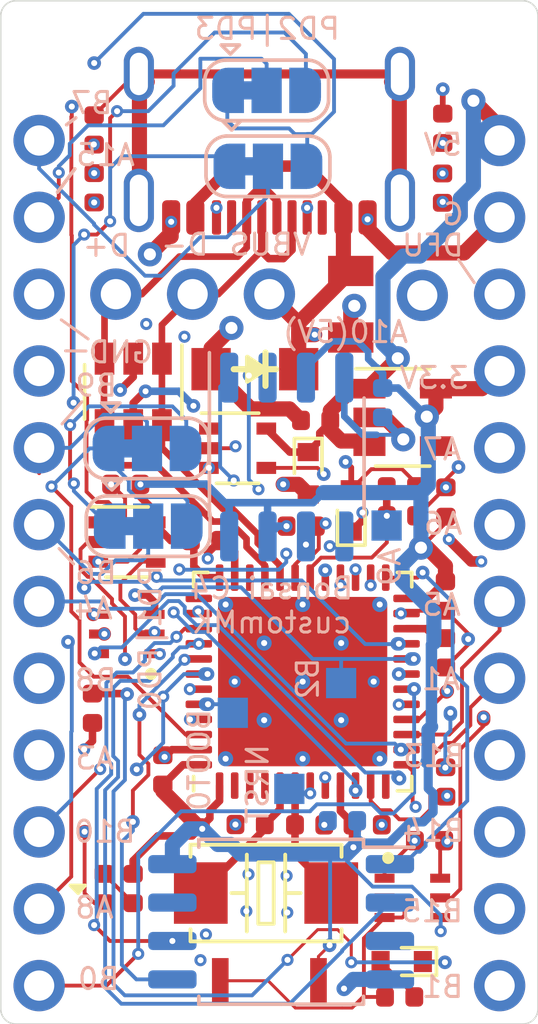
<source format=kicad_pcb>
(kicad_pcb (version 20171130) (host pcbnew "(5.1.6-0-10_14)")
  (layers (0 F.Cu signal hide) (1 In1.Cu signal hide) (2 In2.Cu signal hide) (31 B.Cu signal) (34 B.Paste user hide) (35 F.Paste user hide) (36 B.SilkS user) (37 F.SilkS user hide) (38 B.Mask user hide) (39 F.Mask user hide) (44 Edge.Cuts user))
  (net 0 "")
  (net 1 GND)
  (net 2 +5V)
  (net 3 +3V3)
  (net 4 "Net-(D1-Pad2)")
  (net 5 VBUS)
  (net 6 "Net-(FB1-Pad1)")
  (net 7 /D+)
  (net 8 /D-)
  (net 9 /A3)
  (net 10 "Net-(J3-PadA5)")
  (net 11 "Net-(J3-PadB5)")
  (net 12 /NRST)
  (net 13 /F0)
  (net 14 /F1)
  (net 15 /BOOT0)
  (net 16 /SwitchPin)
  (net 17 "Net-(D3-Pad+)")
  (net 18 /B0)
  (net 19 /B1)
  (net 20 /B2)
  (net 21 /B7)
  (net 22 /B6)
  (net 23 /A10)
  (net 24 /B13)
  (net 25 /B9)
  (net 26 /B15)
  (net 27 /B8)
  (net 28 /B14)
  (net 29 /A2)
  (net 30 /A1)
  (net 31 /DFU)
  (net 32 /A14)
  (net 33 /A13)
  (net 34 /B10)
  (net 35 /A15)
  (net 36 /C13)
  (net 37 /C14)
  (net 38 /C15)
  (net 39 "Net-(J3-PadB8)")
  (net 40 "Net-(J3-PadA8)")
  (net 41 "Net-(U1-Pad4)")
  (net 42 "Net-(U4-Pad1)")
  (net 43 "Net-(C12-Pad1)")
  (net 44 /VCAP_1)
  (net 45 "Net-(D2-Pad+)")
  (net 46 /VBUS_DET)
  (net 47 "Net-(U5-Pad1)")
  (net 48 "Net-(U6-Pad7)")
  (net 49 "Net-(U6-Pad3)")
  (net 50 "Net-(D3-Pad-)")
  (net 51 "Net-(D5-Pad1)")
  (net 52 /A10_5V)
  (net 53 /A8)
  (net 54 /A4)
  (net 55 /A6)
  (net 56 /A7)
  (net 57 /A5)
  (net 58 /A0_FRAM_CS)
  (net 59 /B3_SCK)
  (net 60 /B4_MISO)
  (net 61 /B12_FLASH_CS)
  (net 62 /B5_MOSI)
  (net 63 "Net-(Q2-Pad6)")
  (net 64 /PD3)
  (net 65 /PD2)
  (net 66 /PD0)
  (net 67 /PD1)
  (module Bonsai_C4:MC-311D (layer F.Cu) (at 105.86 99.22)
    (fp_text reference J3 hide)
    (fp_text value MC-311D)
    (pad B4 smd roundrect (at -0.69 3.325 180) (size 0.6 1.14) (layers F.Cu F.Paste F.Mask) (net 5 VBUS))
    (pad B1 smd roundrect (at -1.49 3.325 180) (size 0.6 1.14) (layers F.Cu F.Paste F.Mask) (net 1 GND))
    (pad A4 smd roundrect (at 4.21 3.325 180) (size 0.6 1.14) (layers F.Cu F.Paste F.Mask) (net 5 VBUS))
    (pad S thru_hole oval (at 6.08 2.755 180) (size 1 2.1) (drill oval 0.6 1.7) (layers *.Cu *.Mask) (net 6 "Net-(FB1-Pad1)"))
    (pad A7 smd roundrect (at 1.51 3.325 180) (size 0.3 1.14) (layers F.Cu F.Paste F.Mask) (net 8 /D-))
    (pad B6 smd roundrect (at 1.01 3.325 180) (size 0.3 1.14) (layers F.Cu F.Paste F.Mask) (net 7 /D+))
    (pad A8 smd roundrect (at 0.51 3.325 180) (size 0.3 1.14) (layers F.Cu F.Paste F.Mask) (net 40 "Net-(J3-PadA8)"))
    (pad B5 smd roundrect (at 0.01 3.325 180) (size 0.3 1.14) (layers F.Cu F.Paste F.Mask) (net 11 "Net-(J3-PadB5)"))
    (pad A6 smd roundrect (at 2.01 3.325 180) (size 0.3 1.14) (layers F.Cu F.Paste F.Mask) (net 7 /D+))
    (pad B7 smd roundrect (at 2.51 3.325 180) (size 0.3 1.14) (layers F.Cu F.Paste F.Mask) (net 8 /D-))
    (pad A5 smd roundrect (at 3.01 3.325 180) (size 0.3 1.14) (layers F.Cu F.Paste F.Mask) (net 10 "Net-(J3-PadA5)"))
    (pad B8 smd roundrect (at 3.51 3.325 180) (size 0.3 1.14) (layers F.Cu F.Paste F.Mask) (net 39 "Net-(J3-PadB8)"))
    (pad A1 smd roundrect (at 5.01 3.325 180) (size 0.6 1.13) (layers F.Cu F.Paste F.Mask) (net 1 GND))
    (pad S thru_hole oval (at 6.08 -1.42 180) (size 1 1.8) (drill oval 0.6 1.4) (layers *.Cu *.Mask) (net 6 "Net-(FB1-Pad1)"))
    (pad "" np_thru_hole circle (at 4.65 2.26 180) (size 0.65 0.65) (drill 0.65) (layers *.Cu *.Mask))
    (pad "" np_thru_hole circle (at -1.13 2.26 180) (size 0.65 0.65) (drill 0.65) (layers *.Cu *.Mask))
    (pad S thru_hole oval (at -2.56 -1.42 180) (size 1 1.8) (drill oval 0.6 1.4) (layers *.Cu *.Mask) (net 6 "Net-(FB1-Pad1)"))
    (pad S thru_hole oval (at -2.56 2.76 180) (size 1 2.1) (drill oval 0.6 1.7) (layers *.Cu *.Mask) (net 6 "Net-(FB1-Pad1)"))
  )
  (module Bonsai_C4:SW2-SMD-2.0X3.5X0.45MM (layer F.Cu) (at 107.62 127.78 90)
    (fp_text reference K1 hide)
    (fp_text value SMD-SWITCH-TACTILE-SPST-NO_2P-2.0MMx3.5MM_ hide)
    (pad 2 smd rect (at 0 -1.625 180) (size 0.55 1.5) (layers F.Cu F.Paste F.Mask) (net 16 /SwitchPin))
    (pad 4 smd rect (at 0 1.625 180) (size 0.55 1.5) (layers F.Cu F.Paste F.Mask) (net 3 +3V3))
  )
  (module Bonsai_C4:QFN-48-1EP_7x7mm_P0.5mm_EP5.6x5.6mm_ThermalVias (layer F.Cu) (at 108.722 117.89 90)
    (fp_text reference U3 hide)
    (fp_text value STM32F411CEU6)
    (pad 49 smd roundrect (at 0 0 90) (size 5.6 5.6) (layers F.Cu F.Mask) (roundrect_rratio 0.044643) (net 1 GND))
    (pad 49 thru_hole circle (at -2.55 -2.55 90) (size 0.5 0.5) (drill 0.2) (layers *.Cu) (net 1 GND))
    (pad 49 thru_hole circle (at 0 -2.25 90) (size 0.4 0.4) (drill 0.2) (layers *.Cu) (net 1 GND))
    (pad 49 thru_hole circle (at 2.55 -2.55 90) (size 0.5 0.5) (drill 0.2) (layers *.Cu) (net 1 GND))
    (pad 49 thru_hole circle (at -1.275 -1.275 90) (size 0.5 0.5) (drill 0.2) (layers *.Cu) (net 1 GND))
    (pad 49 thru_hole circle (at 1.275 -1.275 90) (size 0.5 0.5) (drill 0.2) (layers *.Cu) (net 1 GND))
    (pad 49 thru_hole circle (at -2.55 0 90) (size 0.5 0.5) (drill 0.2) (layers *.Cu) (net 1 GND))
    (pad 49 thru_hole circle (at 0 0 90) (size 0.5 0.5) (drill 0.2) (layers *.Cu) (net 1 GND))
    (pad 49 thru_hole circle (at 2.55 0 90) (size 0.5 0.5) (drill 0.2) (layers *.Cu) (net 1 GND))
    (pad 49 thru_hole circle (at -1.275 1.275 90) (size 0.5 0.5) (drill 0.2) (layers *.Cu) (net 1 GND))
    (pad 49 thru_hole circle (at 1.275 1.275 90) (size 0.5 0.5) (drill 0.2) (layers *.Cu) (net 1 GND))
    (pad 49 thru_hole circle (at -2.55 2.55 90) (size 0.5 0.5) (drill 0.2) (layers *.Cu) (net 1 GND))
    (pad 49 thru_hole circle (at 0 2.35 90) (size 0.4 0.4) (drill 0.2) (layers *.Cu) (net 1 GND))
    (pad 49 thru_hole circle (at 2.55 2.55 90) (size 0.5 0.5) (drill 0.2) (layers *.Cu) (net 1 GND))
    (pad 1 smd roundrect (at -3.4375 -2.75 90) (size 0.875 0.25) (layers F.Cu F.Paste F.Mask) (net 3 +3V3))
    (pad 2 smd roundrect (at -3.4375 -2.25 90) (size 0.875 0.25) (layers F.Cu F.Paste F.Mask) (net 36 /C13))
    (pad 3 smd roundrect (at -3.4375 -1.75 90) (size 0.875 0.25) (layers F.Cu F.Paste F.Mask) (net 37 /C14))
    (pad 4 smd roundrect (at -3.4375 -1.25 90) (size 0.875 0.25) (layers F.Cu F.Paste F.Mask) (net 38 /C15))
    (pad 5 smd roundrect (at -3.4375 -0.75 90) (size 0.875 0.25) (layers F.Cu F.Paste F.Mask) (net 13 /F0))
    (pad 6 smd roundrect (at -3.4375 -0.25 90) (size 0.875 0.25) (layers F.Cu F.Paste F.Mask) (net 14 /F1))
    (pad 7 smd roundrect (at -3.4375 0.25 90) (size 0.875 0.25) (layers F.Cu F.Paste F.Mask) (net 12 /NRST))
    (pad 8 smd roundrect (at -3.4375 0.75 90) (size 0.875 0.25) (layers F.Cu F.Paste F.Mask) (net 1 GND))
    (pad 9 smd roundrect (at -3.4375 1.25 90) (size 0.875 0.25) (layers F.Cu F.Paste F.Mask) (net 3 +3V3))
    (pad 10 smd roundrect (at -3.4375 1.75 90) (size 0.875 0.25) (layers F.Cu F.Paste F.Mask) (net 58 /A0_FRAM_CS))
    (pad 11 smd roundrect (at -3.4375 2.25 90) (size 0.875 0.25) (layers F.Cu F.Paste F.Mask) (net 30 /A1))
    (pad 12 smd roundrect (at -3.4375 2.75 90) (size 0.875 0.25) (layers F.Cu F.Paste F.Mask) (net 29 /A2))
    (pad 13 smd roundrect (at -2.75 3.4375 90) (size 0.25 0.875) (layers F.Cu F.Paste F.Mask) (net 9 /A3))
    (pad 14 smd roundrect (at -2.25 3.4375 90) (size 0.25 0.875) (layers F.Cu F.Paste F.Mask) (net 54 /A4))
    (pad 15 smd roundrect (at -1.75 3.4375 90) (size 0.25 0.875) (layers F.Cu F.Paste F.Mask) (net 57 /A5))
    (pad 16 smd roundrect (at -1.25 3.4375 90) (size 0.25 0.875) (layers F.Cu F.Paste F.Mask) (net 55 /A6))
    (pad 17 smd roundrect (at -0.75 3.4375 90) (size 0.25 0.875) (layers F.Cu F.Paste F.Mask) (net 56 /A7))
    (pad 18 smd roundrect (at -0.25 3.4375 90) (size 0.25 0.875) (layers F.Cu F.Paste F.Mask) (net 18 /B0))
    (pad 19 smd roundrect (at 0.25 3.4375 90) (size 0.25 0.875) (layers F.Cu F.Paste F.Mask) (net 19 /B1))
    (pad 20 smd roundrect (at 0.75 3.4375 90) (size 0.25 0.875) (layers F.Cu F.Paste F.Mask) (net 20 /B2))
    (pad 21 smd roundrect (at 1.25 3.4375 90) (size 0.25 0.875) (layers F.Cu F.Paste F.Mask) (net 34 /B10))
    (pad 22 smd roundrect (at 1.75 3.4375 90) (size 0.25 0.875) (layers F.Cu F.Paste F.Mask) (net 44 /VCAP_1))
    (pad 23 smd roundrect (at 2.25 3.4375 90) (size 0.25 0.875) (layers F.Cu F.Paste F.Mask) (net 1 GND))
    (pad 24 smd roundrect (at 2.75 3.4375 90) (size 0.25 0.875) (layers F.Cu F.Paste F.Mask) (net 3 +3V3))
    (pad 25 smd roundrect (at 3.4375 2.75 90) (size 0.875 0.25) (layers F.Cu F.Paste F.Mask) (net 61 /B12_FLASH_CS))
    (pad 26 smd roundrect (at 3.4375 2.25 90) (size 0.875 0.25) (layers F.Cu F.Paste F.Mask) (net 24 /B13))
    (pad 27 smd roundrect (at 3.4375 1.75 90) (size 0.875 0.25) (layers F.Cu F.Paste F.Mask) (net 28 /B14))
    (pad 28 smd roundrect (at 3.4375 1.25 90) (size 0.875 0.25) (layers F.Cu F.Paste F.Mask) (net 26 /B15))
    (pad 29 smd roundrect (at 3.4375 0.75 90) (size 0.875 0.25) (layers F.Cu F.Paste F.Mask) (net 53 /A8))
    (pad 30 smd roundrect (at 3.4375 0.25 90) (size 0.875 0.25) (layers F.Cu F.Paste F.Mask) (net 46 /VBUS_DET))
    (pad 31 smd roundrect (at 3.4375 -0.25 90) (size 0.875 0.25) (layers F.Cu F.Paste F.Mask) (net 23 /A10))
    (pad 32 smd roundrect (at 3.4375 -0.75 90) (size 0.875 0.25) (layers F.Cu F.Paste F.Mask) (net 8 /D-))
    (pad 33 smd roundrect (at 3.4375 -1.25 90) (size 0.875 0.25) (layers F.Cu F.Paste F.Mask) (net 7 /D+))
    (pad 34 smd roundrect (at 3.4375 -1.75 90) (size 0.875 0.25) (layers F.Cu F.Paste F.Mask) (net 33 /A13))
    (pad 35 smd roundrect (at 3.4375 -2.25 90) (size 0.875 0.25) (layers F.Cu F.Paste F.Mask) (net 1 GND))
    (pad 36 smd roundrect (at 3.4375 -2.75 90) (size 0.875 0.25) (layers F.Cu F.Paste F.Mask) (net 3 +3V3))
    (pad 37 smd roundrect (at 2.75 -3.4375 90) (size 0.25 0.875) (layers F.Cu F.Paste F.Mask) (net 32 /A14))
    (pad 38 smd roundrect (at 2.25 -3.4375 90) (size 0.25 0.875) (layers F.Cu F.Paste F.Mask) (net 35 /A15))
    (pad 39 smd roundrect (at 1.75 -3.4375 90) (size 0.25 0.875) (layers F.Cu F.Paste F.Mask) (net 59 /B3_SCK))
    (pad 40 smd roundrect (at 1.25 -3.4375 90) (size 0.25 0.875) (layers F.Cu F.Paste F.Mask) (net 60 /B4_MISO))
    (pad 41 smd roundrect (at 0.75 -3.4375 90) (size 0.25 0.875) (layers F.Cu F.Paste F.Mask) (net 62 /B5_MOSI))
    (pad 42 smd roundrect (at 0.25 -3.4375 90) (size 0.25 0.875) (layers F.Cu F.Paste F.Mask) (net 22 /B6))
    (pad 43 smd roundrect (at -0.25 -3.4375 90) (size 0.25 0.875) (layers F.Cu F.Paste F.Mask) (net 21 /B7))
    (pad 44 smd roundrect (at -0.75 -3.4375 90) (size 0.25 0.875) (layers F.Cu F.Paste F.Mask) (net 15 /BOOT0))
    (pad 45 smd roundrect (at -1.25 -3.4375 90) (size 0.25 0.875) (layers F.Cu F.Paste F.Mask) (net 27 /B8))
    (pad 46 smd roundrect (at -1.75 -3.4375 90) (size 0.25 0.875) (layers F.Cu F.Paste F.Mask) (net 25 /B9))
    (pad 47 smd roundrect (at -2.25 -3.4375 90) (size 0.25 0.875) (layers F.Cu F.Paste F.Mask) (net 1 GND))
    (pad 48 smd roundrect (at -2.75 -3.4375 90) (size 0.25 0.875) (layers F.Cu F.Paste F.Mask) (net 3 +3V3))
  )
  (module Bonsai_C4:C_0402_1005Metric (layer B.Cu) (at 111.37 108.67 270)
    (fp_text reference C13 hide)
    (fp_text value cap_100nF_16v_0402 hide)
    (pad 2 smd roundrect (at 0.485 0 270) (size 0.59 0.64) (layers B.Cu B.Paste B.Mask) (net 1 GND))
    (pad 1 smd roundrect (at -0.485 0 270) (size 0.59 0.64) (layers B.Cu B.Paste B.Mask) (net 3 +3V3))
  )
  (module Bonsai_C4:PinHeader_1x12_P2.54mm_Vertical (layer F.Cu) (at 100 100)
    (fp_text reference J4 hide)
    (fp_text value HEADER-VERT_12P-2.54_ hide)
    (pad 1 thru_hole circle (at 0 0) (size 1.7 1.7) (drill 1) (layers *.Cu *.Mask) (net 64 /PD3))
    (pad 2 thru_hole oval (at 0 2.54) (size 1.7 1.7) (drill 1) (layers *.Cu *.Mask) (net 65 /PD2))
    (pad 3 thru_hole oval (at 0 5.08) (size 1.7 1.7) (drill 1) (layers *.Cu *.Mask) (net 1 GND))
    (pad 6 thru_hole oval (at 0 12.7) (size 1.7 1.7) (drill 1) (layers *.Cu *.Mask) (net 66 /PD0))
    (pad 5 thru_hole oval (at 0 10.16) (size 1.7 1.7) (drill 1) (layers *.Cu *.Mask) (net 67 /PD1))
    (pad 4 thru_hole circle (at 0 7.62) (size 1.7 1.7) (drill 1) (layers *.Cu *.Mask) (net 1 GND))
    (pad 10 thru_hole circle (at 0 22.86) (size 1.7 1.7) (drill 1) (layers *.Cu *.Mask) (net 34 /B10))
    (pad 8 thru_hole oval (at 0 17.78) (size 1.7 1.7) (drill 1) (layers *.Cu *.Mask) (net 27 /B8))
    (pad 7 thru_hole circle (at 0 15.24) (size 1.7 1.7) (drill 1) (layers *.Cu *.Mask) (net 54 /A4))
    (pad 11 thru_hole oval (at 0 25.4) (size 1.7 1.7) (drill 1) (layers *.Cu *.Mask) (net 53 /A8))
    (pad 12 thru_hole oval (at 0 27.94) (size 1.7 1.7) (drill 1) (layers *.Cu *.Mask) (net 18 /B0))
    (pad 9 thru_hole oval (at 0 20.32) (size 1.7 1.7) (drill 1) (layers *.Cu *.Mask) (net 9 /A3))
  )
  (module Bonsai_C4:PinHeader_1x12_P2.54mm_Vertical (layer F.Cu) (at 115.24 100)
    (fp_text reference J5 hide)
    (fp_text value HEADER-VERT_12P-2.54_ hide)
    (pad 1 thru_hole circle (at 0 0) (size 1.7 1.7) (drill 1) (layers *.Cu *.Mask) (net 2 +5V))
    (pad 2 thru_hole oval (at 0 2.54) (size 1.7 1.7) (drill 1) (layers *.Cu *.Mask) (net 1 GND))
    (pad 3 thru_hole oval (at 0 5.08) (size 1.7 1.7) (drill 1) (layers *.Cu *.Mask) (net 31 /DFU))
    (pad 6 thru_hole oval (at 0 12.7) (size 1.7 1.7) (drill 1) (layers *.Cu *.Mask) (net 55 /A6))
    (pad 5 thru_hole oval (at 0 10.16) (size 1.7 1.7) (drill 1) (layers *.Cu *.Mask) (net 56 /A7))
    (pad 4 thru_hole circle (at 0 7.62) (size 1.7 1.7) (drill 1) (layers *.Cu *.Mask) (net 3 +3V3))
    (pad 10 thru_hole circle (at 0 22.86) (size 1.7 1.7) (drill 1) (layers *.Cu *.Mask) (net 28 /B14))
    (pad 8 thru_hole oval (at 0 17.78) (size 1.7 1.7) (drill 1) (layers *.Cu *.Mask) (net 30 /A1))
    (pad 7 thru_hole circle (at 0 15.24) (size 1.7 1.7) (drill 1) (layers *.Cu *.Mask) (net 57 /A5))
    (pad 11 thru_hole oval (at 0 25.4) (size 1.7 1.7) (drill 1) (layers *.Cu *.Mask) (net 26 /B15))
    (pad 12 thru_hole oval (at 0 27.94) (size 1.7 1.7) (drill 1) (layers *.Cu *.Mask) (net 19 /B1))
    (pad 9 thru_hole oval (at 0 20.32) (size 1.7 1.7) (drill 1) (layers *.Cu *.Mask) (net 24 /B13))
  )
  (module Bonsai_C4:PinHeader_1x03_P2.54mm_Vertical (layer F.Cu) (at 107.62 105.08 270)
    (fp_text reference J1 hide)
    (fp_text value HEADER-VERT_3P-2.54_ hide)
    (pad 3 thru_hole oval (at 0 5.08 270) (size 1.7 1.7) (drill 1) (layers *.Cu *.Mask) (net 7 /D+))
    (pad 2 thru_hole oval (at 0 2.54 270) (size 1.7 1.7) (drill 1) (layers *.Cu *.Mask) (net 8 /D-))
    (pad 1 thru_hole circle (at 0 0 270) (size 1.7 1.7) (drill 1) (layers *.Cu *.Mask) (net 5 VBUS))
  )
  (module Bonsai_C4:PinHeader_1x01_P2.54mm_Vertical (layer F.Cu) (at 112.68 105.12)
    (fp_text reference J2 hide)
    (fp_text value HEADER-VERT_1P-2.54_ hide)
    (pad 1 thru_hole circle (at 0 0) (size 1.7 1.7) (drill 1) (layers *.Cu *.Mask) (net 52 /A10_5V))
  )
  (module Bonsai_C4:C_0402_1005Metric (layer F.Cu) (at 102.868 111.368 180)
    (fp_text reference C11 hide)
    (fp_text value cap_1uF_10v_0402 hide)
    (pad 2 smd roundrect (at 0.485 0 180) (size 0.59 0.64) (layers F.Cu F.Paste F.Mask) (net 1 GND))
    (pad 1 smd roundrect (at -0.485 0 180) (size 0.59 0.64) (layers F.Cu F.Paste F.Mask) (net 3 +3V3))
  )
  (module Jumper:SolderJumper-3_P1.3mm_Bridged12_RoundedPad1.0x1.5mm (layer B.Cu) (at 103.61 112.75)
    (fp_text reference JP4 hide)
    (fp_text value SolderJumper_3_Bridged12)
    (fp_poly (pts (xy -0.9 0.3) (xy -0.4 0.3) (xy -0.4 -0.3) (xy -0.9 -0.3)) (layer B.Cu) (width 0))
    (pad 1 smd custom (at -1.3 0) (size 1 0.5) (layers B.Cu B.Mask) (net 22 /B6) (options (clearance outline) (anchor rect)) (primitives (gr_circle (center 0 -0.25) (end 0.5 -0.25) (width 0)) (gr_circle (center 0 0.25) (end 0.5 0.25) (width 0)) (gr_poly (pts (xy 0.55 0.75) (xy 0 0.75) (xy 0 -0.75) (xy 0.55 -0.75)) (width 0))))
    (pad 2 smd rect (at 0 0) (size 1 1.5) (layers B.Cu B.Mask) (net 66 /PD0))
    (pad 3 smd custom (at 1.3 0) (size 1 0.5) (layers B.Cu B.Mask) (net 25 /B9) (options (clearance outline) (anchor rect)) (primitives (gr_circle (center 0 -0.25) (end 0.5 -0.25) (width 0)) (gr_circle (center 0 0.25) (end 0.5 0.25) (width 0)) (gr_poly (pts (xy -0.55 0.75) (xy 0 0.75) (xy 0 -0.75) (xy -0.55 -0.75)) (width 0))))
  )
  (module Jumper:SolderJumper-3_P1.3mm_Bridged12_RoundedPad1.0x1.5mm (layer B.Cu) (at 103.57 110.18)
    (fp_text reference JP3 hide)
    (fp_text value SolderJumper_3_Bridged12)
    (fp_poly (pts (xy -0.9 0.3) (xy -0.4 0.3) (xy -0.4 -0.3) (xy -0.9 -0.3)) (layer B.Cu) (width 0))
    (pad 1 smd custom (at -1.3 0) (size 1 0.5) (layers B.Cu B.Mask) (net 25 /B9) (options (clearance outline) (anchor rect)) (primitives (gr_circle (center 0 -0.25) (end 0.5 -0.25) (width 0)) (gr_circle (center 0 0.25) (end 0.5 0.25) (width 0)) (gr_poly (pts (xy 0.55 0.75) (xy 0 0.75) (xy 0 -0.75) (xy 0.55 -0.75)) (width 0))))
    (pad 2 smd rect (at 0 0) (size 1 1.5) (layers B.Cu B.Mask) (net 67 /PD1))
    (pad 3 smd custom (at 1.3 0) (size 1 0.5) (layers B.Cu B.Mask) (net 22 /B6) (options (clearance outline) (anchor rect)) (primitives (gr_circle (center 0 -0.25) (end 0.5 -0.25) (width 0)) (gr_circle (center 0 0.25) (end 0.5 0.25) (width 0)) (gr_poly (pts (xy -0.55 0.75) (xy 0 0.75) (xy 0 -0.75) (xy -0.55 -0.75)) (width 0))))
  )
  (module Bonsai_C4:PAD_SQUARE_1MM (layer B.Cu) (at 111.5 112.73)
    (fp_text reference J8 hide)
    (fp_text value PAD_SQUARE_1MM hide)
    (pad 1 smd rect (at 0 0) (size 1 1) (layers B.Cu B.Mask) (net 46 /VBUS_DET))
  )
  (module Jumper:SolderJumper-3_P1.3mm_Bridged12_RoundedPad1.0x1.5mm (layer B.Cu) (at 107.529 98.343)
    (fp_text reference JP1 hide)
    (fp_text value SolderJumper_3_Bridged12)
    (fp_poly (pts (xy -0.9 0.3) (xy -0.4 0.3) (xy -0.4 -0.3) (xy -0.9 -0.3)) (layer B.Cu) (width 0))
    (pad 1 smd custom (at -1.3 0) (size 1 0.5) (layers B.Cu B.Mask) (net 35 /A15) (options (clearance outline) (anchor rect)) (primitives (gr_circle (center 0 -0.25) (end 0.5 -0.25) (width 0)) (gr_circle (center 0 0.25) (end 0.5 0.25) (width 0)) (gr_poly (pts (xy 0.55 0.75) (xy 0 0.75) (xy 0 -0.75) (xy 0.55 -0.75)) (width 0))))
    (pad 2 smd rect (at 0 0) (size 1 1.5) (layers B.Cu B.Mask) (net 65 /PD2))
    (pad 3 smd custom (at 1.3 0) (size 1 0.5) (layers B.Cu B.Mask) (net 21 /B7) (options (clearance outline) (anchor rect)) (primitives (gr_circle (center 0 -0.25) (end 0.5 -0.25) (width 0)) (gr_circle (center 0 0.25) (end 0.5 0.25) (width 0)) (gr_poly (pts (xy -0.55 0.75) (xy 0 0.75) (xy 0 -0.75) (xy -0.55 -0.75)) (width 0))))
  )
  (module Jumper:SolderJumper-3_P1.3mm_Bridged12_RoundedPad1.0x1.5mm (layer B.Cu) (at 107.573 100.853)
    (fp_text reference JP2 hide)
    (fp_text value SolderJumper_3_Bridged12)
    (fp_poly (pts (xy -0.9 0.3) (xy -0.4 0.3) (xy -0.4 -0.3) (xy -0.9 -0.3)) (layer B.Cu) (width 0))
    (pad 1 smd custom (at -1.3 0) (size 1 0.5) (layers B.Cu B.Mask) (net 21 /B7) (options (clearance outline) (anchor rect)) (primitives (gr_circle (center 0 -0.25) (end 0.5 -0.25) (width 0)) (gr_circle (center 0 0.25) (end 0.5 0.25) (width 0)) (gr_poly (pts (xy 0.55 0.75) (xy 0 0.75) (xy 0 -0.75) (xy 0.55 -0.75)) (width 0))))
    (pad 2 smd rect (at 0 0) (size 1 1.5) (layers B.Cu B.Mask) (net 64 /PD3))
    (pad 3 smd custom (at 1.3 0) (size 1 0.5) (layers B.Cu B.Mask) (net 35 /A15) (options (clearance outline) (anchor rect)) (primitives (gr_circle (center 0 -0.25) (end 0.5 -0.25) (width 0)) (gr_circle (center 0 0.25) (end 0.5 0.25) (width 0)) (gr_poly (pts (xy -0.55 0.75) (xy 0 0.75) (xy 0 -0.75) (xy -0.55 -0.75)) (width 0))))
  )
  (module Bonsai_C4:SOP-8_3.9x4.9mm_P1.27mm (layer B.Cu) (at 108.195 110.465 270)
    (fp_text reference U7 hide)
    (fp_text value MB85RS64PNF-G-JNERE1)
    (pad 8 smd roundrect (at 2.625 1.905 270) (size 1.65 0.6) (layers B.Cu B.Paste B.Mask) (net 3 +3V3))
    (pad 7 smd roundrect (at 2.625 0.635 270) (size 1.65 0.6) (layers B.Cu B.Paste B.Mask) (net 3 +3V3))
    (pad 6 smd roundrect (at 2.625 -0.635 270) (size 1.65 0.6) (layers B.Cu B.Paste B.Mask) (net 59 /B3_SCK))
    (pad 5 smd roundrect (at 2.625 -1.905 270) (size 1.65 0.6) (layers B.Cu B.Paste B.Mask) (net 62 /B5_MOSI))
    (pad 4 smd roundrect (at -2.625 -1.905 270) (size 1.65 0.6) (layers B.Cu B.Paste B.Mask) (net 1 GND))
    (pad 3 smd roundrect (at -2.625 -0.635 270) (size 1.65 0.6) (layers B.Cu B.Paste B.Mask) (net 3 +3V3))
    (pad 2 smd roundrect (at -2.625 0.635 270) (size 1.65 0.6) (layers B.Cu B.Paste B.Mask) (net 60 /B4_MISO))
    (pad 1 smd roundrect (at -2.625 1.905 270) (size 1.65 0.6) (layers B.Cu B.Paste B.Mask) (net 58 /A0_FRAM_CS))
  )
  (module Bonsai_C4:SOIC-8_5.23x5.23mm_P1.27mm (layer B.Cu) (at 108.01 125.83 180)
    (fp_text reference U6 hide)
    (fp_text value W25Q128JVSIQ)
    (pad 8 smd roundrect (at 3.6 1.905 180) (size 1.6 0.6) (layers B.Cu B.Paste B.Mask) (net 3 +3V3))
    (pad 7 smd roundrect (at 3.6 0.635 180) (size 1.6 0.6) (layers B.Cu B.Paste B.Mask) (net 48 "Net-(U6-Pad7)"))
    (pad 6 smd roundrect (at 3.6 -0.635 180) (size 1.6 0.6) (layers B.Cu B.Paste B.Mask) (net 59 /B3_SCK))
    (pad 5 smd roundrect (at 3.6 -1.905 180) (size 1.6 0.6) (layers B.Cu B.Paste B.Mask) (net 62 /B5_MOSI))
    (pad 4 smd roundrect (at -3.6 -1.905 180) (size 1.6 0.6) (layers B.Cu B.Paste B.Mask) (net 1 GND))
    (pad 3 smd roundrect (at -3.6 -0.635 180) (size 1.6 0.6) (layers B.Cu B.Paste B.Mask) (net 49 "Net-(U6-Pad3)"))
    (pad 2 smd roundrect (at -3.6 0.635 180) (size 1.6 0.6) (layers B.Cu B.Paste B.Mask) (net 60 /B4_MISO))
    (pad 1 smd roundrect (at -3.6 1.905 180) (size 1.6 0.6) (layers B.Cu B.Paste B.Mask) (net 61 /B12_FLASH_CS))
  )
  (module Bonsai_C4:SOT-23-6 (layer F.Cu) (at 103.114 108.312 270)
    (fp_text reference U2 hide)
    (fp_text value SRV05-4)
    (pad 5 smd rect (at 1.1 0 270) (size 1.06 0.65) (layers F.Cu F.Paste F.Mask) (net 51 "Net-(D5-Pad1)"))
    (pad 6 smd rect (at 1.1 -0.95 270) (size 1.06 0.65) (layers F.Cu F.Paste F.Mask) (net 8 /D-))
    (pad 4 smd rect (at 1.1 0.95 270) (size 1.06 0.65) (layers F.Cu F.Paste F.Mask) (net 7 /D+))
    (pad 3 smd rect (at -1.1 0.95 270) (size 1.06 0.65) (layers F.Cu F.Paste F.Mask) (net 7 /D+))
    (pad 2 smd rect (at -1.1 0 270) (size 1.06 0.65) (layers F.Cu F.Paste F.Mask) (net 1 GND))
    (pad 1 smd rect (at -1.1 -0.95 270) (size 1.06 0.65) (layers F.Cu F.Paste F.Mask) (net 8 /D-))
  )
  (module Bonsai_C4:R_0402_1005Metric (layer F.Cu) (at 113.454 121.208 90)
    (fp_text reference R9 hide)
    (fp_text value r_470_0402_1p hide)
    (pad 2 smd roundrect (at 0.485 0 90) (size 0.59 0.64) (layers F.Cu F.Paste F.Mask) (net 20 /B2))
    (pad 1 smd roundrect (at -0.485 0 90) (size 0.59 0.64) (layers F.Cu F.Paste F.Mask) (net 63 "Net-(Q2-Pad6)"))
  )
  (module Bonsai_C4:R_0402_1005Metric (layer F.Cu) (at 108.673 112.75)
    (fp_text reference R8 hide)
    (fp_text value r_100k_0402_1p hide)
    (pad 2 smd roundrect (at 0.485 0) (size 0.59 0.64) (layers F.Cu F.Paste F.Mask) (net 23 /A10))
    (pad 1 smd roundrect (at -0.485 0) (size 0.59 0.64) (layers F.Cu F.Paste F.Mask) (net 3 +3V3))
  )
  (module Bonsai_C4:D_SOD-523 (layer F.Cu) (at 110.33 112.23 90)
    (fp_text reference D5 hide)
    (fp_text value PMEG2010AEB hide)
    (pad 2 smd rect (at 0.7 0 90) (size 0.6 0.7) (layers F.Cu F.Paste F.Mask) (net 5 VBUS))
    (pad 1 smd rect (at -0.7 0 90) (size 0.6 0.7) (layers F.Cu F.Paste F.Mask) (net 51 "Net-(D5-Pad1)"))
  )
  (module Bonsai_C4:D_SOD-123FL (layer F.Cu) (at 107.141 107.561 180)
    (fp_text reference D4 hide)
    (fp_text value SMF5.0A)
    (pad 2 smd rect (at 1.45 0 180) (size 1.3 1.4) (layers F.Cu F.Paste F.Mask) (net 1 GND))
    (pad 1 smd rect (at -1.45 0 180) (size 1.3 1.4) (layers F.Cu F.Paste F.Mask) (net 5 VBUS))
  )
  (module Bonsai_C4:C_0402_1005Metric (layer F.Cu) (at 113.462 111.951 90)
    (fp_text reference C6 hide)
    (fp_text value cap_4.7uF_10v_0402 hide)
    (pad 1 smd roundrect (at -0.485 0 90) (size 0.59 0.64) (layers F.Cu F.Paste F.Mask) (net 3 +3V3))
    (pad 2 smd roundrect (at 0.485 0 90) (size 0.59 0.64) (layers F.Cu F.Paste F.Mask) (net 1 GND))
  )
  (module Bonsai_C4:D_SOD-523 (layer F.Cu) (at 108.905 111.002 270)
    (fp_text reference D1 hide)
    (fp_text value PMEG2010AEB hide)
    (pad 2 smd rect (at 0.7 0 270) (size 0.6 0.7) (layers F.Cu F.Paste F.Mask) (net 4 "Net-(D1-Pad2)"))
    (pad 1 smd rect (at -0.7 0 270) (size 0.6 0.7) (layers F.Cu F.Paste F.Mask) (net 2 +5V))
  )
  (module Bonsai_C4:C_0402_1005Metric (layer F.Cu) (at 113.446 116.937 270)
    (fp_text reference C14 hide)
    (fp_text value cap_4.7uF_10v_0402 hide)
    (pad 2 smd roundrect (at 0.485 0 270) (size 0.59 0.64) (layers F.Cu F.Paste F.Mask) (net 1 GND))
    (pad 1 smd roundrect (at -0.485 0 270) (size 0.59 0.64) (layers F.Cu F.Paste F.Mask) (net 44 /VCAP_1))
  )
  (module Bonsai_C4:SOT-353_SC-70-5 (layer F.Cu) (at 102.909 113.275 180)
    (fp_text reference U5 hide)
    (fp_text value SN74LV1T34DCKR hide)
    (pad 5 smd rect (at -0.95 0.65) (size 0.65 0.4) (layers F.Cu F.Paste F.Mask) (net 3 +3V3))
    (pad 4 smd rect (at -0.95 -0.65) (size 0.65 0.4) (layers F.Cu F.Paste F.Mask) (net 15 /BOOT0))
    (pad 2 smd rect (at 0.95 0) (size 0.65 0.4) (layers F.Cu F.Paste F.Mask) (net 43 "Net-(C12-Pad1)"))
    (pad 3 smd rect (at 0.95 -0.65) (size 0.65 0.4) (layers F.Cu F.Paste F.Mask) (net 1 GND))
    (pad 1 smd rect (at 0.95 0.65) (size 0.65 0.4) (layers F.Cu F.Paste F.Mask) (net 47 "Net-(U5-Pad1)"))
  )
  (module Bonsai_C4:R_0402_1005Metric (layer F.Cu) (at 111.932 128.315)
    (fp_text reference R7 hide)
    (fp_text value r_75_0402_1p hide)
    (pad 2 smd roundrect (at 0.485 0) (size 0.59 0.64) (layers F.Cu F.Paste F.Mask) (net 45 "Net-(D2-Pad+)"))
    (pad 1 smd roundrect (at -0.485 0) (size 0.59 0.64) (layers F.Cu F.Paste F.Mask) (net 16 /SwitchPin))
  )
  (module Bonsai_C4:R_0402_1005Metric (layer F.Cu) (at 111.992 112.408)
    (fp_text reference R6 hide)
    (fp_text value r_10k_0402_1p hide)
    (pad 2 smd roundrect (at 0.485 0) (size 0.59 0.64) (layers F.Cu F.Paste F.Mask) (net 1 GND))
    (pad 1 smd roundrect (at -0.485 0) (size 0.59 0.64) (layers F.Cu F.Paste F.Mask) (net 46 /VBUS_DET))
  )
  (module Bonsai_C4:R_0402_1005Metric (layer F.Cu) (at 111.989 111.45 180)
    (fp_text reference R5 hide)
    (fp_text value r_4.7k_0402_1p hide)
    (pad 2 smd roundrect (at 0.485 0 180) (size 0.59 0.64) (layers F.Cu F.Paste F.Mask) (net 46 /VBUS_DET))
    (pad 1 smd roundrect (at -0.485 0 180) (size 0.59 0.64) (layers F.Cu F.Paste F.Mask) (net 5 VBUS))
  )
  (module Bonsai_C4:SOT-363_SC-70-6_SC-88 (layer F.Cu) (at 102.902 116.317)
    (fp_text reference Q2 hide)
    (fp_text value MUN5311DW1T1G)
    (pad 6 smd rect (at -0.92 0.65 180) (size 0.66 0.3) (layers F.Cu F.Paste F.Mask) (net 63 "Net-(Q2-Pad6)"))
    (pad 4 smd rect (at -0.92 -0.65 180) (size 0.66 0.3) (layers F.Cu F.Paste F.Mask) (net 50 "Net-(D3-Pad-)"))
    (pad 2 smd rect (at 0.92 0 180) (size 0.66 0.3) (layers F.Cu F.Paste F.Mask) (net 15 /BOOT0))
    (pad 5 smd rect (at -0.92 0 180) (size 0.66 0.3) (layers F.Cu F.Paste F.Mask) (net 20 /B2))
    (pad 3 smd rect (at 0.92 -0.65 180) (size 0.66 0.3) (layers F.Cu F.Paste F.Mask) (net 1 GND))
    (pad 1 smd rect (at 0.92 0.65 180) (size 0.66 0.3) (layers F.Cu F.Paste F.Mask) (net 1 GND))
  )
  (module Bonsai_C4:C_0402_1005Metric (layer B.Cu) (at 110.04 122.49 180)
    (fp_text reference C5 hide)
    (fp_text value cap_100nF_16v_0402 hide)
    (pad 2 smd roundrect (at 0.485 0 180) (size 0.59 0.64) (layers B.Cu B.Paste B.Mask) (net 1 GND))
    (pad 1 smd roundrect (at -0.485 0 180) (size 0.59 0.64) (layers B.Cu B.Paste B.Mask) (net 3 +3V3))
  )
  (module Bonsai_C4:D_SOD-523 (layer F.Cu) (at 112 127.145 180)
    (fp_text reference D2 hide)
    (fp_text value 1N4148 hide)
    (pad + smd rect (at 0.7 0 180) (size 0.6 0.7) (layers F.Cu F.Paste F.Mask) (net 45 "Net-(D2-Pad+)"))
    (pad - smd rect (at -0.7 0 180) (size 0.6 0.7) (layers F.Cu F.Paste F.Mask) (net 43 "Net-(C12-Pad1)"))
  )
  (module Bonsai_C4:SOT-23-5 (layer F.Cu) (at 112.032 109.155 180)
    (fp_text reference U1 hide)
    (fp_text value AAP2967-33VIR1)
    (pad 5 smd rect (at -1.1 0.95) (size 1.06 0.65) (layers F.Cu F.Paste F.Mask) (net 3 +3V3))
    (pad 4 smd rect (at -1.1 -0.95) (size 1.06 0.65) (layers F.Cu F.Paste F.Mask) (net 41 "Net-(U1-Pad4)"))
    (pad 3 smd rect (at 1.1 -0.95) (size 1.06 0.65) (layers F.Cu F.Paste F.Mask) (net 2 +5V))
    (pad 2 smd rect (at 1.1 0) (size 1.06 0.65) (layers F.Cu F.Paste F.Mask) (net 1 GND))
    (pad 1 smd rect (at 1.1 0.95) (size 1.06 0.65) (layers F.Cu F.Paste F.Mask) (net 2 +5V))
  )
  (module Bonsai_C4:SOT-353_SC-70-5 (layer F.Cu) (at 106.569 110.174 180)
    (fp_text reference U4 hide)
    (fp_text value SN74LV1T34DCKR hide)
    (pad 5 smd rect (at -0.95 0.65) (size 0.65 0.4) (layers F.Cu F.Paste F.Mask) (net 2 +5V))
    (pad 4 smd rect (at -0.95 -0.65) (size 0.65 0.4) (layers F.Cu F.Paste F.Mask) (net 52 /A10_5V))
    (pad 2 smd rect (at 0.95 0) (size 0.65 0.4) (layers F.Cu F.Paste F.Mask) (net 23 /A10))
    (pad 3 smd rect (at 0.95 -0.65) (size 0.65 0.4) (layers F.Cu F.Paste F.Mask) (net 1 GND))
    (pad 1 smd rect (at 0.95 0.65) (size 0.65 0.4) (layers F.Cu F.Paste F.Mask) (net 42 "Net-(U4-Pad1)"))
  )
  (module Bonsai_C4:SOT-363_SC-70-6_SC-88 (layer F.Cu) (at 112.352 125.04)
    (fp_text reference Q1 hide)
    (fp_text value MUN5311DW1T1G)
    (pad 6 smd rect (at 0.92 -0.65) (size 0.66 0.3) (layers F.Cu F.Paste F.Mask) (net 12 /NRST))
    (pad 4 smd rect (at 0.92 0.65) (size 0.66 0.3) (layers F.Cu F.Paste F.Mask) (net 3 +3V3))
    (pad 2 smd rect (at -0.92 0) (size 0.66 0.3) (layers F.Cu F.Paste F.Mask) (net 16 /SwitchPin))
    (pad 5 smd rect (at 0.92 0) (size 0.66 0.3) (layers F.Cu F.Paste F.Mask) (net 31 /DFU))
    (pad 3 smd rect (at -0.92 0.65) (size 0.66 0.3) (layers F.Cu F.Paste F.Mask) (net 16 /SwitchPin))
    (pad 1 smd rect (at -0.92 -0.65) (size 0.66 0.3) (layers F.Cu F.Paste F.Mask) (net 1 GND))
  )
  (module Bonsai_C4:C_0402_1005Metric (layer F.Cu) (at 113.447 115.062 270)
    (fp_text reference C2 hide)
    (fp_text value cap_100nF_16v_0402 hide)
    (pad 2 smd roundrect (at 0.485 0 270) (size 0.59 0.64) (layers F.Cu F.Paste F.Mask) (net 1 GND))
    (pad 1 smd roundrect (at -0.485 0 270) (size 0.59 0.64) (layers F.Cu F.Paste F.Mask) (net 3 +3V3))
  )
  (module Bonsai_C4:LED_0402 (layer F.Cu) (at 102.155 124.731 90)
    (fp_text reference D3 hide)
    (fp_text value SMD-LED-WHITE_0402_)
    (pad + smd roundrect (at 0.485 0 90) (size 0.59 0.64) (layers F.Cu F.Paste F.Mask) (net 17 "Net-(D3-Pad+)"))
    (pad - smd roundrect (at -0.485 0 90) (size 0.59 0.64) (layers F.Cu F.Paste F.Mask) (net 50 "Net-(D3-Pad-)"))
  )
  (module Bonsai_C4:X2-SMD-5.0X3.2X1.3MM (layer F.Cu) (at 107.509 124.88)
    (fp_text reference Y1 hide)
    (fp_text value SMD-CRYSTAL-8MHZ-20PF-10PPM_2P-5.0X3.2MM_ hide)
    (pad 2 smd rect (at 2.159 0) (size 1.778 2.032) (layers F.Cu F.Paste F.Mask) (net 14 /F1))
    (pad 1 smd rect (at -2.159 0) (size 1.778 2.032) (layers F.Cu F.Paste F.Mask) (net 13 /F0))
  )
  (module Bonsai_C4:C_0402_1005Metric (layer F.Cu) (at 110.856 122.625)
    (fp_text reference C3 hide)
    (fp_text value cap_100nF_16v_0402 hide)
    (pad 2 smd roundrect (at 0.485 0) (size 0.59 0.64) (layers F.Cu F.Paste F.Mask) (net 1 GND))
    (pad 1 smd roundrect (at -0.485 0) (size 0.59 0.64) (layers F.Cu F.Paste F.Mask) (net 3 +3V3))
  )
  (module Bonsai_C4:C_0402_1005Metric (layer F.Cu) (at 113.358 99.597 270)
    (fp_text reference C12 hide)
    (fp_text value cap_10uF_10v_0402 hide)
    (pad 2 smd roundrect (at 0.485 0 270) (size 0.59 0.64) (layers F.Cu F.Paste F.Mask) (net 1 GND))
    (pad 1 smd roundrect (at -0.485 0 270) (size 0.59 0.64) (layers F.Cu F.Paste F.Mask) (net 43 "Net-(C12-Pad1)"))
  )
  (module Bonsai_C4:R_0402_1005Metric (layer F.Cu) (at 101.821 99.65 270)
    (fp_text reference FB1 hide)
    (fp_text value fb_0402_26ohm hide)
    (pad 2 smd roundrect (at 0.485 0 270) (size 0.59 0.64) (layers F.Cu F.Paste F.Mask) (net 1 GND))
    (pad 1 smd roundrect (at -0.485 0 270) (size 0.59 0.64) (layers F.Cu F.Paste F.Mask) (net 6 "Net-(FB1-Pad1)"))
  )
  (module Bonsai_C4:PAD_SQUARE_1MM (layer B.Cu) (at 106.41 118.922)
    (fp_text reference J15 hide)
    (fp_text value PAD_SQUARE_1MM hide)
    (pad 1 smd rect (at 0 0) (size 1 1) (layers B.Cu B.Mask) (net 15 /BOOT0))
  )
  (module Bonsai_C4:PAD_SQUARE_1MM (layer B.Cu) (at 108.281 121.436)
    (fp_text reference J16 hide)
    (fp_text value PAD_SQUARE_1MM hide)
    (pad 1 smd rect (at 0 0) (size 1 1) (layers B.Cu B.Mask) (net 12 /NRST))
  )
  (module Bonsai_C4:PAD_SQUARE_1MM (layer B.Cu) (at 109.995 117.938)
    (fp_text reference J14 hide)
    (fp_text value PAD_SQUARE_1MM hide)
    (pad 1 smd rect (at 0 0) (size 1 1) (layers B.Cu B.Mask) (net 20 /B2))
  )
  (module Bonsai_C4:R_0402_1005Metric (layer F.Cu) (at 103.111 124.731 270)
    (fp_text reference R4 hide)
    (fp_text value r_75_0402_1p hide)
    (pad 2 smd roundrect (at 0.485 0 270) (size 0.59 0.64) (layers F.Cu F.Paste F.Mask) (net 17 "Net-(D3-Pad+)"))
    (pad 1 smd roundrect (at -0.485 0 270) (size 0.59 0.64) (layers F.Cu F.Paste F.Mask) (net 3 +3V3))
  )
  (module Bonsai_C4:R_0402_1005Metric (layer F.Cu) (at 101.821 101.564 90)
    (fp_text reference R3 hide)
    (fp_text value r_5.1k_0402_1p hide)
    (pad 2 smd roundrect (at 0.485 0 90) (size 0.59 0.64) (layers F.Cu F.Paste F.Mask) (net 11 "Net-(J3-PadB5)"))
    (pad 1 smd roundrect (at -0.485 0 90) (size 0.59 0.64) (layers F.Cu F.Paste F.Mask) (net 1 GND))
  )
  (module Bonsai_C4:R_0402_1005Metric (layer F.Cu) (at 113.352 101.575 270)
    (fp_text reference R2 hide)
    (fp_text value r_5.1k_0402_1p hide)
    (pad 2 smd roundrect (at 0.485 0 270) (size 0.59 0.64) (layers F.Cu F.Paste F.Mask) (net 1 GND))
    (pad 1 smd roundrect (at -0.485 0 270) (size 0.59 0.64) (layers F.Cu F.Paste F.Mask) (net 10 "Net-(J3-PadA5)"))
  )
  (module Bonsai_C4:R_0402_1005Metric (layer F.Cu) (at 101.766 118.771 270)
    (fp_text reference R1 hide)
    (fp_text value r_100k_0402_1p hide)
    (pad 2 smd roundrect (at 0.485 0 270) (size 0.59 0.64) (layers F.Cu F.Paste F.Mask) (net 1 GND))
    (pad 1 smd roundrect (at -0.485 0 270) (size 0.59 0.64) (layers F.Cu F.Paste F.Mask) (net 43 "Net-(C12-Pad1)"))
  )
  (module Bonsai_C4:C_0402_1005Metric (layer F.Cu) (at 108.953 122.625)
    (fp_text reference C9 hide)
    (fp_text value cap_20pF_50v_0402 hide)
    (pad 2 smd roundrect (at 0.485 0) (size 0.59 0.64) (layers F.Cu F.Paste F.Mask) (net 1 GND))
    (pad 1 smd roundrect (at -0.485 0) (size 0.59 0.64) (layers F.Cu F.Paste F.Mask) (net 14 /F1))
  )
  (module Bonsai_C4:C_0402_1005Metric (layer F.Cu) (at 106.983 122.614 180)
    (fp_text reference C8 hide)
    (fp_text value cap_20pF_50v_0402 hide)
    (pad 2 smd roundrect (at 0.485 0 180) (size 0.59 0.64) (layers F.Cu F.Paste F.Mask) (net 1 GND))
    (pad 1 smd roundrect (at -0.485 0 180) (size 0.59 0.64) (layers F.Cu F.Paste F.Mask) (net 13 /F0))
  )
  (module Bonsai_C4:C_0402_1005Metric (layer F.Cu) (at 112.922 123.15 180)
    (fp_text reference C7 hide)
    (fp_text value cap_100nF_16v_0402 hide)
    (pad 2 smd roundrect (at 0.485 0 180) (size 0.59 0.64) (layers F.Cu F.Paste F.Mask) (net 1 GND))
    (pad 1 smd roundrect (at -0.485 0 180) (size 0.59 0.64) (layers F.Cu F.Paste F.Mask) (net 12 /NRST))
  )
  (module Bonsai_C4:C_0402_1005Metric (layer F.Cu) (at 104.093 120.808 90)
    (fp_text reference C4 hide)
    (fp_text value cap_100nF_16v_0402 hide)
    (pad 2 smd roundrect (at 0.485 0 90) (size 0.59 0.64) (layers F.Cu F.Paste F.Mask) (net 1 GND))
    (pad 1 smd roundrect (at -0.485 0 90) (size 0.59 0.64) (layers F.Cu F.Paste F.Mask) (net 3 +3V3))
  )
  (module Bonsai_C4:C_0402_1005Metric (layer F.Cu) (at 105.507 113.227)
    (fp_text reference C1 hide)
    (fp_text value cap_100nF_16v_0402 hide)
    (pad 2 smd roundrect (at 0.485 0) (size 0.59 0.64) (layers F.Cu F.Paste F.Mask) (net 1 GND))
    (pad 1 smd roundrect (at -0.485 0) (size 0.59 0.64) (layers F.Cu F.Paste F.Mask) (net 3 +3V3))
  )
  (module Bonsai_C4:F0805 (layer F.Cu) (at 110.313 105.413 90)
    (fp_text reference F1 hide)
    (fp_text value SMD-PPTC-500MA_0805_ hide)
    (pad 2 smd rect (at 1.1 0 90) (size 1 1.5) (layers F.Cu F.Paste F.Mask) (net 5 VBUS))
    (pad 1 smd rect (at -1.1 0 90) (size 1 1.5) (layers F.Cu F.Paste F.Mask) (net 4 "Net-(D1-Pad2)"))
  )
  (module Bonsai_C4:C_0402_1005Metric (layer F.Cu) (at 109.151 109.254 180)
    (fp_text reference C10 hide)
    (fp_text value cap_1uF_10v_0402 hide)
    (pad 2 smd roundrect (at 0.485 0 180) (size 0.59 0.64) (layers F.Cu F.Paste F.Mask) (net 1 GND))
    (pad 1 smd roundrect (at -0.485 0 180) (size 0.59 0.64) (layers F.Cu F.Paste F.Mask) (net 2 +5V))
  )
  (module Bonsai_C4:MountingHole_2mm (layer F.Cu) (at 115.11 96.78)
    (fp_text reference MH2 hide)
    (fp_text value 2mm_mounting_hole hide)
    (pad "" np_thru_hole circle (at 0 0) (size 2 2) (drill 2) (layers *.Cu *.Mask))
  )
  (module Bonsai_C4:MountingHole_2mm (layer F.Cu) (at 100.13 96.78)
    (fp_text reference MH1 hide)
    (fp_text value 2mm_mounting_hole hide)
    (pad "" np_thru_hole circle (at 0 0) (size 2 2) (drill 2) (layers *.Cu *.Mask))
  )
  (gr_text "Bonsai C4\ncustomMK" (at 107.69 115.37) (layer B.SilkS) (effects (font (size 0.7 0.7) (thickness 0.1)) (justify mirror)))
  (gr_text BOOT0 (at 105.3 120.48 90) (layer B.SilkS) (effects (font (size 0.7 0.7) (thickness 0.1)) (justify mirror)))
  (gr_line (start 114.47 129.21) (end 100.77 129.21) (layer Edge.Cuts) (width 0.05))
  (gr_line (start 100.91 99.48) (end 101.21 99.25) (layer B.SilkS) (width 0.12))
  (gr_line (start 100.61 101.71) (end 101.18 100.94) (layer B.SilkS) (width 0.12))
  (gr_line (start 114.4 104.7) (end 113.88 103.94) (layer B.SilkS) (width 0.1))
  (gr_line (start 101.14 114) (end 100.66 113.49) (layer B.SilkS) (width 0.1))
  (gr_line (start 101.41 108.64) (end 100.76 109.37) (layer B.SilkS) (width 0.1))
  (gr_text "PD1|PD0" (at 103.68 116.44 90) (layer B.SilkS) (effects (font (size 0.7 0.7) (thickness 0.1)) (justify mirror)))
  (gr_text "A10(5V)" (at 110.14 106.33) (layer B.SilkS) (effects (font (size 0.7 0.7) (thickness 0.1)) (justify mirror)))
  (gr_text A5 (at 113.32 115.35) (layer B.SilkS) (effects (font (size 0.7 0.7) (thickness 0.1)) (justify mirror)))
  (gr_text A1 (at 113.3 117.81) (layer B.SilkS) (effects (font (size 0.7 0.7) (thickness 0.1)) (justify mirror)))
  (gr_text B13 (at 113.07 120.35) (layer B.SilkS) (effects (font (size 0.7 0.7) (thickness 0.1)) (justify mirror)))
  (gr_text B14 (at 113.05 122.82) (layer B.SilkS) (effects (font (size 0.7 0.7) (thickness 0.1)) (justify mirror)))
  (gr_text B15 (at 113.01 125.48) (layer B.SilkS) (effects (font (size 0.7 0.7) (thickness 0.1)) (justify mirror)))
  (gr_text B1 (at 113.35 127.98) (layer B.SilkS) (effects (font (size 0.7 0.7) (thickness 0.1)) (justify mirror)))
  (gr_text B0 (at 101.97 127.72) (layer B.SilkS) (effects (font (size 0.7 0.7) (thickness 0.1)) (justify mirror)))
  (gr_text A8 (at 101.83 125.36) (layer B.SilkS) (effects (font (size 0.7 0.7) (thickness 0.1)) (justify mirror)))
  (gr_text B10 (at 102.17 122.85) (layer B.SilkS) (effects (font (size 0.7 0.7) (thickness 0.1)) (justify mirror)))
  (gr_text A3 (at 101.84 120.43) (layer B.SilkS) (effects (font (size 0.7 0.7) (thickness 0.1)) (justify mirror)))
  (gr_text B8 (at 101.87 117.84) (layer B.SilkS) (effects (font (size 0.7 0.7) (thickness 0.1)) (justify mirror)))
  (gr_text A4 (at 101.8 115.47) (layer B.SilkS) (effects (font (size 0.7 0.7) (thickness 0.1)) (justify mirror)))
  (gr_text B6 (at 101.88 114.3) (layer B.SilkS) (effects (font (size 0.7 0.7) (thickness 0.1)) (justify mirror)))
  (gr_text B9 (at 101.89 108.1) (layer B.SilkS) (effects (font (size 0.7 0.7) (thickness 0.1)) (justify mirror)))
  (gr_text G (at 113.7 102.44) (layer B.SilkS) (effects (font (size 0.7 0.7) (thickness 0.1)) (justify mirror)))
  (gr_text 5V (at 113.36 100.14) (layer B.SilkS) (effects (font (size 0.7 0.7) (thickness 0.1)) (justify mirror)))
  (gr_text D+ (at 102.23 103.48) (layer B.SilkS) (effects (font (size 0.7 0.7) (thickness 0.1)) (justify mirror)))
  (gr_text B7 (at 101.74 98.76) (layer B.SilkS) (effects (font (size 0.7 0.7) (thickness 0.1)) (justify mirror)))
  (gr_text A15 (at 102.2 100.48) (layer B.SilkS) (effects (font (size 0.7 0.7) (thickness 0.1)) (justify mirror)))
  (gr_line (start 101.55 106.96) (end 100.876 106.955) (layer B.SilkS) (width 0.1))
  (gr_line (start 101.62 106.56) (end 100.734 105.929) (layer B.SilkS) (width 0.1))
  (gr_text GND (at 102.7 107) (layer B.SilkS) (effects (font (size 0.7 0.7) (thickness 0.1)) (justify mirror)))
  (gr_text "D-\n" (at 104.82 103.44) (layer B.SilkS) (effects (font (size 0.7 0.7) (thickness 0.1)) (justify mirror)))
  (gr_text VBUS (at 107.65 103.44) (layer B.SilkS) (effects (font (size 0.7 0.7) (thickness 0.1)) (justify mirror)))
  (gr_text DFU (at 113.03 103.47) (layer B.SilkS) (effects (font (size 0.7 0.7) (thickness 0.1)) (justify mirror)))
  (gr_text 3.3V (at 113.07 107.85) (layer B.SilkS) (effects (font (size 0.7 0.7) (thickness 0.1)) (justify mirror)))
  (gr_text A7 (at 113.33 110.21) (layer B.SilkS) (effects (font (size 0.7 0.7) (thickness 0.1)) (justify mirror)))
  (gr_text A6 (at 113.37 112.67) (layer B.SilkS) (effects (font (size 0.7 0.7) (thickness 0.1)) (justify mirror)))
  (gr_text A9 (at 111.6 114.09 90) (layer B.SilkS) (effects (font (size 0.7 0.7) (thickness 0.1)) (justify mirror)))
  (gr_text "PD2|PD3" (at 107.55 96.305) (layer B.SilkS) (effects (font (size 0.7 0.7) (thickness 0.1)) (justify mirror)))
  (gr_text B2 (at 108.89 117.79 90) (layer B.SilkS) (effects (font (size 0.7 0.7) (thickness 0.1)) (justify mirror)))
  (gr_text NRST (at 107.23 121.28 90) (layer B.SilkS) (effects (font (size 0.7 0.7) (thickness 0.1)) (justify mirror)))
  (gr_arc (start 99.23 95.88) (end 98.73 95.88) (angle 90) (layer Edge.Cuts) (width 0.05))
  (gr_arc (start 116.01 95.88) (end 116.01 95.38) (angle 90) (layer Edge.Cuts) (width 0.05))
  (gr_line (start 116.01 95.38) (end 99.23 95.38) (layer Edge.Cuts) (width 0.05))
  (gr_arc (start 99.23 128.71) (end 99.23 129.21) (angle 90) (layer Edge.Cuts) (width 0.05))
  (gr_line (start 99.23 129.21) (end 100.77 129.21) (layer Edge.Cuts) (width 0.05))
  (gr_arc (start 116.01 128.71) (end 116.01 129.21) (angle -90) (layer Edge.Cuts) (width 0.05))
  (gr_line (start 116.01 129.21) (end 114.47 129.21) (layer Edge.Cuts) (width 0.05))
  (gr_line (start 116.51 128.71) (end 116.51 95.88) (layer Edge.Cuts) (width 0.05))
  (gr_line (start 98.73 95.88) (end 98.73 128.71) (layer Edge.Cuts) (width 0.05))
  (segment (start 105.992 113.227) (end 105.992 113.227) (width 0.25) (layer F.Cu) (net 1))
  (segment (start 106.472 113.591) (end 106.472 114.4525) (width 0.25) (layer F.Cu) (net 1))
  (segment (start 106.108 113.227) (end 106.472 113.591) (width 0.25) (layer F.Cu) (net 1))
  (segment (start 112.477 112.408) (end 112.477 112.408) (width 0.25) (layer F.Cu) (net 1))
  (segment (start 113.462 111.466) (end 113.463 111.466) (width 0.25) (layer F.Cu) (net 1))
  (via (at 113.463 111.466) (size 0.4) (drill 0.2) (layers F.Cu B.Cu) (net 1))
  (segment (start 101.821 100.135) (end 101.821 100.135) (width 0.127) (layer F.Cu) (net 1))
  (segment (start 101.821 102.049) (end 101.821 102.049) (width 0.127) (layer F.Cu) (net 1))
  (via (at 101.821 102.049) (size 0.4) (drill 0.2) (layers F.Cu B.Cu) (net 1))
  (segment (start 104.37 102.225) (end 104.37 102.688) (width 0.25) (layer F.Cu) (net 1))
  (segment (start 104.37 102.225) (end 104.37 103.173) (width 0.5) (layer F.Cu) (net 1))
  (segment (start 113.358 100.082) (end 113.358 100.082) (width 0.127) (layer F.Cu) (net 1))
  (segment (start 113.352 102.06) (end 113.352 102.06) (width 0.127) (layer F.Cu) (net 1))
  (via (at 113.358 100.082) (size 0.4) (drill 0.2) (layers F.Cu B.Cu) (net 1))
  (segment (start 108.285999 108.873999) (end 107.003999 108.873999) (width 0.5) (layer F.Cu) (net 1))
  (segment (start 107.003999 108.873999) (end 105.691 107.561) (width 0.5) (layer F.Cu) (net 1))
  (segment (start 108.666 109.254) (end 108.285999 108.873999) (width 0.5) (layer F.Cu) (net 1))
  (segment (start 105.694 107.558) (end 105.691 107.561) (width 0.5) (layer F.Cu) (net 1))
  (via (at 106.364 106.197) (size 0.8) (drill 0.4) (layers F.Cu B.Cu) (net 1))
  (segment (start 105.691 106.87) (end 106.364 106.197) (width 0.5) (layer F.Cu) (net 1))
  (segment (start 105.691 107.561) (end 105.691 106.87) (width 0.5) (layer F.Cu) (net 1))
  (segment (start 110.87 102.914227) (end 111.673 103.717227) (width 0.5) (layer F.Cu) (net 1))
  (segment (start 110.87 102.225) (end 110.87 102.605) (width 0.5) (layer F.Cu) (net 1))
  (segment (start 114.062773 103.717227) (end 111.673 103.717227) (width 0.5) (layer F.Cu) (net 1))
  (segment (start 115.24 102.54) (end 114.062773 103.717227) (width 0.5) (layer F.Cu) (net 1))
  (segment (start 114.76 102.06) (end 115.24 102.54) (width 0.127) (layer F.Cu) (net 1))
  (segment (start 104.093 120.323) (end 104.093 120.323) (width 0.25) (layer F.Cu) (net 1))
  (segment (start 101.766 119.256) (end 101.766 119.256) (width 0.25) (layer F.Cu) (net 1))
  (segment (start 109.472 122.591) (end 109.438 122.625) (width 0.25) (layer F.Cu) (net 1))
  (segment (start 106.498 122.614) (end 106.498 122.614) (width 0.25) (layer F.Cu) (net 1))
  (segment (start 109.438 122.625) (end 109.438 122.625) (width 0.25) (layer F.Cu) (net 1))
  (via (at 109.438 122.625) (size 0.4) (drill 0.2) (layers F.Cu B.Cu) (net 1))
  (segment (start 111.341 122.625) (end 111.341 122.625) (width 0.25) (layer F.Cu) (net 1))
  (via (at 109.468 121.056) (size 0.4) (drill 0.2) (layers F.Cu B.Cu) (net 1))
  (segment (start 105.992 113.227) (end 106.108 113.227) (width 0.25) (layer F.Cu) (net 1))
  (segment (start 102.383 111.368) (end 102.383 111.368) (width 0.127) (layer F.Cu) (net 1))
  (via (at 105.619 110.824) (size 0.4) (drill 0.2) (layers F.Cu B.Cu) (net 1))
  (segment (start 101.959 113.925) (end 101.959 113.925) (width 0.127) (layer F.Cu) (net 1))
  (via (at 102.681784 108.250856) (size 0.45) (drill 0.2) (layers F.Cu B.Cu) (net 1))
  (segment (start 103.114 107.212) (end 103.114 107.81864) (width 0.25) (layer F.Cu) (net 1))
  (segment (start 103.114 107.81864) (end 102.906783 108.025857) (width 0.25) (layer F.Cu) (net 1))
  (segment (start 102.906783 108.025857) (end 102.681784 108.250856) (width 0.25) (layer F.Cu) (net 1))
  (segment (start 112.1595 115.64) (end 112.1595 115.64) (width 0.127) (layer F.Cu) (net 1))
  (segment (start 113.446 117.422) (end 113.446 117.422) (width 0.127) (layer F.Cu) (net 1))
  (segment (start 113.447 115.547) (end 113.447 115.547) (width 0.127) (layer F.Cu) (net 1))
  (via (at 113.878955 110.795454) (size 0.45) (drill 0.2) (layers F.Cu B.Cu) (net 1))
  (segment (start 113.462 111.212409) (end 113.878955 110.795454) (width 0.127) (layer F.Cu) (net 1))
  (segment (start 113.462 111.466) (end 113.462 111.212409) (width 0.127) (layer F.Cu) (net 1))
  (segment (start 112.521 112.408) (end 112.477 112.408) (width 0.127) (layer F.Cu) (net 1))
  (segment (start 113.463 111.466) (end 112.521 112.408) (width 0.127) (layer F.Cu) (net 1))
  (segment (start 113.446 117.422) (end 114.199761 116.668239) (width 0.127) (layer F.Cu) (net 1))
  (segment (start 113.447 115.547) (end 114.199761 116.299761) (width 0.127) (layer F.Cu) (net 1))
  (via (at 114.199761 116.483619) (size 0.45) (drill 0.2) (layers F.Cu B.Cu) (net 1))
  (segment (start 114.199761 116.668239) (end 114.199761 116.483619) (width 0.127) (layer F.Cu) (net 1))
  (segment (start 114.199761 116.299761) (end 114.199761 116.483619) (width 0.127) (layer F.Cu) (net 1))
  (segment (start 112.437 123.15) (end 112.437 123.15) (width 0.5) (layer F.Cu) (net 1))
  (via (at 101.959 113.925) (size 0.4) (drill 0.2) (layers F.Cu B.Cu) (net 1))
  (via (at 113.356 102.029) (size 0.4) (drill 0.2) (layers F.Cu B.Cu) (net 1))
  (via (at 111.973168 115.63499) (size 0.4) (drill 0.2) (layers F.Cu B.Cu) (net 1))
  (segment (start 113.447 115.547) (end 112.061158 115.547) (width 0.127) (layer F.Cu) (net 1))
  (segment (start 112.061158 115.547) (end 111.973168 115.63499) (width 0.127) (layer F.Cu) (net 1))
  (via (at 103.994 116.978) (size 0.4) (drill 0.2) (layers F.Cu B.Cu) (net 1))
  (via (at 112.42699 123.15) (size 0.4) (drill 0.2) (layers F.Cu B.Cu) (net 1))
  (via (at 106.496761 122.615239) (size 0.4) (drill 0.2) (layers F.Cu B.Cu) (net 1))
  (via (at 106.93 124.26) (size 0.4) (drill 0.2) (layers F.Cu B.Cu) (net 1))
  (via (at 106.858 125.479) (size 0.4) (drill 0.2) (layers F.Cu B.Cu) (net 1))
  (via (at 108.213 125.524) (size 0.4) (drill 0.2) (layers F.Cu B.Cu) (net 1))
  (via (at 104.809 106.488) (size 0.4) (drill 0.2) (layers F.Cu B.Cu) (net 1))
  (via (at 103.545 106.066) (size 0.4) (drill 0.2) (layers F.Cu B.Cu) (net 1))
  (segment (start 110.87 102.605) (end 110.87 102.914227) (width 0.5) (layer F.Cu) (net 1))
  (via (at 110.87 102.605) (size 0.4) (drill 0.2) (layers F.Cu B.Cu) (net 1))
  (segment (start 104.37 102.688) (end 104.37 102.844) (width 0.25) (layer F.Cu) (net 1))
  (via (at 104.37 102.688) (size 0.4) (drill 0.2) (layers F.Cu B.Cu) (net 1))
  (via (at 103.665309 103.763691) (size 0.8) (drill 0.4) (layers F.Cu B.Cu) (net 1))
  (segment (start 104.37 102.225) (end 104.37 103.059) (width 0.5) (layer F.Cu) (net 1))
  (segment (start 104.37 103.059) (end 103.665309 103.763691) (width 0.5) (layer F.Cu) (net 1))
  (segment (start 101.959 113.925) (end 102.926982 113.925) (width 0.127) (layer F.Cu) (net 1))
  (via (at 102.38301 111.36799) (size 0.4) (drill 0.2) (layers F.Cu B.Cu) (net 1))
  (segment (start 103.342501 113.040519) (end 102.84449 112.542508) (width 0.127) (layer F.Cu) (net 1))
  (segment (start 102.84449 112.542508) (end 102.84449 111.82947) (width 0.127) (layer F.Cu) (net 1))
  (segment (start 102.926982 113.925) (end 103.342501 113.509481) (width 0.127) (layer F.Cu) (net 1))
  (segment (start 103.342501 113.509481) (end 103.342501 113.040519) (width 0.127) (layer F.Cu) (net 1))
  (segment (start 102.84449 111.82947) (end 102.38301 111.36799) (width 0.127) (layer F.Cu) (net 1))
  (via (at 101.81 100.13) (size 0.4) (drill 0.2) (layers F.Cu B.Cu) (net 1))
  (via (at 112.051988 109.88) (size 0.8) (drill 0.4) (layers F.Cu B.Cu) (net 1))
  (segment (start 112.051988 109.771988) (end 112.051988 109.88) (width 0.5) (layer F.Cu) (net 1))
  (segment (start 111.435 109.155) (end 112.051988 109.771988) (width 0.5) (layer F.Cu) (net 1))
  (segment (start 110.932 109.155) (end 111.435 109.155) (width 0.5) (layer F.Cu) (net 1))
  (segment (start 111.901988 109.73) (end 112.051988 109.88) (width 0.127) (layer B.Cu) (net 1))
  (segment (start 111.17 109.73) (end 111.901988 109.73) (width 0.127) (layer B.Cu) (net 1))
  (segment (start 110.71 109.73) (end 111.17 109.73) (width 0.22) (layer B.Cu) (net 1))
  (segment (start 110.1 109.12) (end 110.71 109.73) (width 0.22) (layer B.Cu) (net 1))
  (segment (start 110.1 107.84) (end 110.1 109.12) (width 0.22) (layer B.Cu) (net 1))
  (via (at 108.19 124.31) (size 0.4) (drill 0.2) (layers F.Cu B.Cu) (net 1))
  (segment (start 112.42 123.15) (end 112.437 123.15) (width 0.127) (layer F.Cu) (net 1))
  (segment (start 111.432 124.138) (end 112.42 123.15) (width 0.127) (layer F.Cu) (net 1))
  (segment (start 111.432 124.39) (end 111.432 124.138) (width 0.127) (layer F.Cu) (net 1))
  (via (at 105.52 126.25) (size 0.4) (drill 0.2) (layers F.Cu B.Cu) (net 1))
  (via (at 105.34 127.1) (size 0.4) (drill 0.2) (layers F.Cu B.Cu) (net 1))
  (segment (start 105.992 113.227) (end 105.983 113.227) (width 0.127) (layer F.Cu) (net 1))
  (segment (start 111.37 109.198012) (end 112.051988 109.88) (width 0.25) (layer B.Cu) (net 1))
  (segment (start 111.37 109.155) (end 111.37 109.198012) (width 0.25) (layer B.Cu) (net 1))
  (via (at 103.174436 115.02851) (size 0.45) (drill 0.2) (layers F.Cu B.Cu) (net 1))
  (segment (start 103.58351 115.02851) (end 103.174436 115.02851) (width 0.25) (layer F.Cu) (net 1))
  (segment (start 103.822 115.267) (end 103.58351 115.02851) (width 0.25) (layer F.Cu) (net 1))
  (segment (start 103.822 115.667) (end 103.822 115.267) (width 0.25) (layer F.Cu) (net 1))
  (via (at 104.151137 120.381137) (size 0.4) (drill 0.2) (layers F.Cu B.Cu) (net 1))
  (segment (start 105.2845 120.14) (end 104.392274 120.14) (width 0.25) (layer F.Cu) (net 1))
  (segment (start 104.392274 120.14) (end 104.151137 120.381137) (width 0.25) (layer F.Cu) (net 1))
  (via (at 101.49 120.13) (size 0.4) (drill 0.2) (layers F.Cu B.Cu) (net 1))
  (segment (start 101.766 119.854) (end 101.49 120.13) (width 0.25) (layer F.Cu) (net 1))
  (segment (start 101.766 119.256) (end 101.766 119.854) (width 0.25) (layer F.Cu) (net 1))
  (via (at 105.58 113.82) (size 0.4) (drill 0.2) (layers F.Cu B.Cu) (net 1))
  (segment (start 105.58 113.639) (end 105.58 113.82) (width 0.25) (layer F.Cu) (net 1))
  (segment (start 105.992 113.227) (end 105.58 113.639) (width 0.25) (layer F.Cu) (net 1))
  (via (at 110.09 128.04) (size 0.45) (drill 0.2) (layers F.Cu B.Cu) (net 1))
  (segment (start 110.395 127.735) (end 110.09 128.04) (width 0.5) (layer B.Cu) (net 1))
  (segment (start 111.61 127.735) (end 110.395 127.735) (width 0.5) (layer B.Cu) (net 1))
  (via (at 111.339084 122.623084) (size 0.4) (drill 0.2) (layers F.Cu B.Cu) (net 1))
  (segment (start 108.905 110.302) (end 108.905 110.273) (width 0.25) (layer F.Cu) (net 2))
  (segment (start 109.636 109.254) (end 109.636 109.32) (width 0.25) (layer F.Cu) (net 2))
  (segment (start 109.636 109.32) (end 109.288 109.668) (width 0.25) (layer F.Cu) (net 2))
  (segment (start 109.288 109.919) (end 108.905 110.302) (width 0.25) (layer F.Cu) (net 2))
  (segment (start 109.288 109.668) (end 109.288 109.919) (width 0.25) (layer F.Cu) (net 2))
  (segment (start 108.297 110.302) (end 108.905 110.302) (width 0.25) (layer F.Cu) (net 2))
  (segment (start 107.519 109.524) (end 108.297 110.302) (width 0.25) (layer F.Cu) (net 2))
  (segment (start 110.365 108.205) (end 109.636 108.934) (width 0.5) (layer F.Cu) (net 2))
  (segment (start 109.636 108.934) (end 109.636 109.254) (width 0.5) (layer F.Cu) (net 2))
  (segment (start 110.932 108.205) (end 110.365 108.205) (width 0.5) (layer F.Cu) (net 2))
  (via (at 114.373 98.687) (size 0.8) (drill 0.4) (layers F.Cu B.Cu) (net 2))
  (segment (start 115.24 99.554) (end 114.373 98.687) (width 0.5) (layer F.Cu) (net 2))
  (segment (start 115.24 100) (end 115.24 99.554) (width 0.5) (layer F.Cu) (net 2))
  (via (at 111.87 107.2) (size 0.8) (drill 0.4) (layers F.Cu B.Cu) (net 2))
  (segment (start 111.87 107.2) (end 110.932 108.138) (width 0.5) (layer F.Cu) (net 2))
  (segment (start 110.932 108.138) (end 110.932 108.205) (width 0.5) (layer F.Cu) (net 2))
  (segment (start 109.997998 109.935998) (end 109.636 109.574) (width 0.5) (layer F.Cu) (net 2))
  (segment (start 110.762998 109.935998) (end 109.997998 109.935998) (width 0.5) (layer F.Cu) (net 2))
  (segment (start 110.932 110.105) (end 110.762998 109.935998) (width 0.5) (layer F.Cu) (net 2))
  (segment (start 109.636 109.574) (end 109.636 109.254) (width 0.5) (layer F.Cu) (net 2))
  (segment (start 112.603001 103.819999) (end 112.055999 103.819999) (width 0.5) (layer B.Cu) (net 2))
  (segment (start 113.939999 102.483001) (end 112.603001 103.819999) (width 0.5) (layer B.Cu) (net 2))
  (segment (start 111.379999 106.709999) (end 111.87 107.2) (width 0.5) (layer B.Cu) (net 2))
  (segment (start 111.379999 104.495999) (end 111.379999 106.709999) (width 0.5) (layer B.Cu) (net 2))
  (segment (start 113.939999 101.915999) (end 113.939999 102.483001) (width 0.5) (layer B.Cu) (net 2))
  (segment (start 112.055999 103.819999) (end 111.379999 104.495999) (width 0.5) (layer B.Cu) (net 2))
  (segment (start 114.373 101.482998) (end 113.939999 101.915999) (width 0.5) (layer B.Cu) (net 2))
  (segment (start 114.373 98.687) (end 114.373 101.482998) (width 0.5) (layer B.Cu) (net 2))
  (segment (start 105.2845 120.64) (end 104.764232 120.64) (width 0.25) (layer F.Cu) (net 3))
  (segment (start 104.111232 121.293) (end 104.093 121.293) (width 0.25) (layer F.Cu) (net 3))
  (segment (start 104.764232 120.64) (end 104.111232 121.293) (width 0.25) (layer F.Cu) (net 3))
  (segment (start 114.655 108.205) (end 115.24 107.62) (width 0.5) (layer F.Cu) (net 3))
  (segment (start 113.132 108.205) (end 114.655 108.205) (width 0.5) (layer F.Cu) (net 3))
  (segment (start 112.1595 115.14) (end 112.865768 115.14) (width 0.25) (layer F.Cu) (net 3))
  (segment (start 113.428768 114.577) (end 113.447 114.577) (width 0.25) (layer F.Cu) (net 3))
  (segment (start 112.865768 115.14) (end 113.428768 114.577) (width 0.25) (layer F.Cu) (net 3))
  (segment (start 110.371 122.569768) (end 110.371 122.625) (width 0.25) (layer F.Cu) (net 3))
  (segment (start 109.972 122.170768) (end 110.371 122.569768) (width 0.25) (layer F.Cu) (net 3))
  (segment (start 109.972 121.3275) (end 109.972 122.170768) (width 0.25) (layer F.Cu) (net 3))
  (segment (start 110.371 123.339) (end 110.4 123.368) (width 0.25) (layer F.Cu) (net 3))
  (via (at 110.4 123.368) (size 0.45) (drill 0.2) (layers F.Cu B.Cu) (net 3))
  (segment (start 110.371 122.625) (end 110.371 123.339) (width 0.25) (layer F.Cu) (net 3))
  (segment (start 108.188 112.75) (end 108.188 112.75) (width 0.25) (layer F.Cu) (net 3))
  (via (at 112.636133 113.460933) (size 0.8) (drill 0.4) (layers F.Cu B.Cu) (net 3))
  (segment (start 110.375 123.393) (end 110.4 123.368) (width 0.5) (layer B.Cu) (net 3))
  (segment (start 113.462 112.635066) (end 112.636133 113.460933) (width 0.127) (layer F.Cu) (net 3))
  (segment (start 113.462 112.436) (end 113.462 112.635066) (width 0.127) (layer F.Cu) (net 3))
  (segment (start 112.636133 111.641133) (end 112.636133 113.460933) (width 0.5) (layer B.Cu) (net 3))
  (segment (start 113.447 114.577) (end 113.447 114.065996) (width 0.5) (layer F.Cu) (net 3))
  (segment (start 112.841937 113.460933) (end 112.636133 113.460933) (width 0.5) (layer F.Cu) (net 3))
  (segment (start 113.447 114.065996) (end 112.841937 113.460933) (width 0.5) (layer F.Cu) (net 3))
  (segment (start 112.636133 113.460933) (end 112.579067 113.460933) (width 0.5) (layer B.Cu) (net 3))
  (segment (start 112.579067 113.460933) (end 112.012 114.028) (width 0.5) (layer B.Cu) (net 3))
  (segment (start 112.012 114.028) (end 112.012 114.539) (width 0.5) (layer B.Cu) (net 3))
  (segment (start 113.065 115.592) (end 113.065 116.589) (width 0.5) (layer B.Cu) (net 3))
  (segment (start 112.012 114.539) (end 113.065 115.592) (width 0.5) (layer B.Cu) (net 3))
  (segment (start 109.402867 111.641133) (end 112.636133 111.641133) (width 0.5) (layer B.Cu) (net 3))
  (segment (start 112.983999 119.379999) (end 112.983999 116.670001) (width 0.38) (layer B.Cu) (net 3))
  (segment (start 112.983999 116.670001) (end 113.065 116.589) (width 0.38) (layer B.Cu) (net 3))
  (segment (start 112.983999 119.379999) (end 112.87702 119.486978) (width 0.45) (layer B.Cu) (net 3))
  (segment (start 112.87702 119.486978) (end 112.87702 120.510128) (width 0.45) (layer B.Cu) (net 3))
  (segment (start 112.87702 120.510128) (end 112.843628 120.54352) (width 0.45) (layer B.Cu) (net 3))
  (via (at 105.398 122.757) (size 0.45) (drill 0.2) (layers F.Cu B.Cu) (net 3))
  (segment (start 105.916 123.275) (end 105.398 122.757) (width 0.5) (layer B.Cu) (net 3))
  (segment (start 105.067 122.991) (end 105.401 122.657) (width 0.25) (layer F.Cu) (net 3))
  (segment (start 103.927998 122.991) (end 105.067 122.991) (width 0.25) (layer F.Cu) (net 3))
  (segment (start 103.111 123.807998) (end 103.927998 122.991) (width 0.25) (layer F.Cu) (net 3))
  (segment (start 103.111 124.246) (end 103.111 123.807998) (width 0.25) (layer F.Cu) (net 3))
  (segment (start 105.972 121.3275) (end 105.972 121.830728) (width 0.25) (layer F.Cu) (net 3))
  (segment (start 105.650979 122.151749) (end 105.650979 122.407021) (width 0.25) (layer F.Cu) (net 3))
  (segment (start 105.972 121.830728) (end 105.650979 122.151749) (width 0.25) (layer F.Cu) (net 3))
  (segment (start 105.650979 122.407021) (end 105.401 122.657) (width 0.25) (layer F.Cu) (net 3))
  (segment (start 105.241 122.657) (end 105.401 122.657) (width 0.5) (layer F.Cu) (net 3))
  (segment (start 104.093 121.509) (end 105.241 122.657) (width 0.5) (layer F.Cu) (net 3))
  (segment (start 104.093 121.293) (end 104.093 121.509) (width 0.5) (layer F.Cu) (net 3))
  (segment (start 103.859 112.625) (end 103.859 112.729) (width 0.25) (layer F.Cu) (net 3))
  (segment (start 104.357 113.227) (end 105.022 113.227) (width 0.25) (layer F.Cu) (net 3))
  (segment (start 103.859 112.729) (end 104.357 113.227) (width 0.25) (layer F.Cu) (net 3))
  (segment (start 103.879 112.605) (end 103.859 112.625) (width 0.127) (layer F.Cu) (net 3))
  (segment (start 106.403 111.974) (end 106.144 111.974) (width 0.25) (layer B.Cu) (net 3))
  (via (at 112.83 109.13) (size 0.8) (drill 0.4) (layers F.Cu B.Cu) (net 3))
  (segment (start 112.636133 111.641133) (end 112.880001 111.397265) (width 0.5) (layer B.Cu) (net 3))
  (segment (start 112.880001 111.397265) (end 112.880001 109.451031) (width 0.5) (layer B.Cu) (net 3))
  (segment (start 113.132 108.205) (end 112.845 108.205) (width 0.5) (layer F.Cu) (net 3))
  (segment (start 109.07 111.974) (end 109.402867 111.641133) (width 0.25) (layer B.Cu) (net 3))
  (segment (start 108.83 107.51) (end 108.83 107.84) (width 0.22) (layer B.Cu) (net 3))
  (segment (start 109.7 106.64) (end 108.83 107.51) (width 0.22) (layer B.Cu) (net 3))
  (segment (start 110.54 106.64) (end 109.7 106.64) (width 0.22) (layer B.Cu) (net 3))
  (segment (start 110.89 106.99) (end 110.54 106.64) (width 0.22) (layer B.Cu) (net 3))
  (segment (start 111.17 107.505156) (end 110.89 107.225156) (width 0.22) (layer B.Cu) (net 3))
  (segment (start 110.89 107.225156) (end 110.89 106.99) (width 0.22) (layer B.Cu) (net 3))
  (segment (start 105.916 123.275) (end 106.355 123.275) (width 0.5) (layer B.Cu) (net 3))
  (segment (start 110.17799 123.59001) (end 110.4 123.368) (width 0.5) (layer B.Cu) (net 3))
  (segment (start 106.355 123.275) (end 106.67001 123.59001) (width 0.5) (layer B.Cu) (net 3))
  (segment (start 106.67001 123.59001) (end 107.43999 123.59001) (width 0.5) (layer B.Cu) (net 3))
  (segment (start 109.62999 123.59001) (end 110.17799 123.59001) (width 0.5) (layer B.Cu) (net 3))
  (segment (start 107.43999 123.59001) (end 109.62999 123.59001) (width 0.5) (layer B.Cu) (net 3))
  (segment (start 104.41 123.925) (end 104.41 123.29) (width 0.5) (layer B.Cu) (net 3))
  (segment (start 104.943 122.757) (end 105.398 122.757) (width 0.5) (layer B.Cu) (net 3))
  (segment (start 104.41 123.29) (end 104.943 122.757) (width 0.5) (layer B.Cu) (net 3))
  (segment (start 110.525 123.243) (end 110.4 123.368) (width 0.25) (layer B.Cu) (net 3))
  (segment (start 110.525 122.49) (end 110.525 123.243) (width 0.25) (layer B.Cu) (net 3))
  (segment (start 106.29 112.12) (end 106.144 111.974) (width 0.25) (layer B.Cu) (net 3))
  (segment (start 106.29 113.09) (end 106.29 112.12) (width 0.25) (layer B.Cu) (net 3))
  (segment (start 107.56 113.09) (end 107.56 112.02) (width 0.25) (layer B.Cu) (net 3))
  (segment (start 107.56 112.02) (end 107.606 111.974) (width 0.25) (layer B.Cu) (net 3))
  (segment (start 107.606 111.974) (end 109.07 111.974) (width 0.25) (layer B.Cu) (net 3))
  (segment (start 106.144 111.974) (end 107.606 111.974) (width 0.25) (layer B.Cu) (net 3))
  (segment (start 113.132 108.828) (end 112.83 109.13) (width 0.5) (layer F.Cu) (net 3))
  (segment (start 113.132 108.205) (end 113.132 108.828) (width 0.5) (layer F.Cu) (net 3))
  (segment (start 111.885 108.185) (end 112.83 109.13) (width 0.25) (layer B.Cu) (net 3))
  (segment (start 111.37 108.185) (end 111.885 108.185) (width 0.25) (layer B.Cu) (net 3))
  (segment (start 111.37 107.705156) (end 111.17 107.505156) (width 0.25) (layer B.Cu) (net 3))
  (segment (start 111.37 108.185) (end 111.37 107.705156) (width 0.25) (layer B.Cu) (net 3))
  (segment (start 105.12 113.325) (end 105.022 113.227) (width 0.25) (layer F.Cu) (net 3))
  (segment (start 105.4925 114.4525) (end 105.12 114.08) (width 0.25) (layer F.Cu) (net 3))
  (segment (start 105.12 114.08) (end 105.12 113.325) (width 0.25) (layer F.Cu) (net 3))
  (segment (start 105.972 114.4525) (end 105.4925 114.4525) (width 0.25) (layer F.Cu) (net 3))
  (via (at 108.188014 112.75) (size 0.4) (drill 0.2) (layers F.Cu B.Cu) (net 3))
  (segment (start 107.56 113.09) (end 107.9 112.75) (width 0.25) (layer B.Cu) (net 3))
  (segment (start 107.9 112.75) (end 108.188014 112.75) (width 0.25) (layer B.Cu) (net 3))
  (segment (start 103.859 112.289) (end 103.859 112.625) (width 0.25) (layer F.Cu) (net 3))
  (segment (start 103.361 111.36) (end 103.353 111.368) (width 0.25) (layer B.Cu) (net 3))
  (segment (start 103.353 111.783) (end 103.859 112.289) (width 0.25) (layer F.Cu) (net 3))
  (segment (start 105.53 111.36) (end 103.361 111.36) (width 0.25) (layer B.Cu) (net 3))
  (segment (start 103.353 111.368) (end 103.353 111.448) (width 0.127) (layer F.Cu) (net 3))
  (segment (start 106.144 111.974) (end 105.53 111.36) (width 0.25) (layer B.Cu) (net 3))
  (via (at 103.353 111.368) (size 0.4) (drill 0.2) (layers F.Cu B.Cu) (net 3))
  (segment (start 103.353 111.783) (end 103.353 111.368) (width 0.25) (layer F.Cu) (net 3))
  (via (at 113.29 126.14) (size 0.4) (drill 0.2) (layers F.Cu B.Cu) (net 3))
  (segment (start 112.340844 124.668002) (end 113.29 125.617158) (width 0.127) (layer B.Cu) (net 3))
  (segment (start 110.17799 123.59001) (end 110.17799 123.807072) (width 0.127) (layer B.Cu) (net 3))
  (segment (start 110.17799 123.807072) (end 111.03892 124.668002) (width 0.127) (layer B.Cu) (net 3))
  (segment (start 113.29 125.617158) (end 113.29 126.14) (width 0.127) (layer B.Cu) (net 3))
  (segment (start 111.03892 124.668002) (end 112.340844 124.668002) (width 0.127) (layer B.Cu) (net 3))
  (segment (start 113.272 126.122) (end 113.29 126.14) (width 0.1) (layer F.Cu) (net 3))
  (segment (start 113.272 125.69) (end 113.272 126.122) (width 0.1) (layer F.Cu) (net 3))
  (segment (start 110.4 123.368) (end 110.54301 123.22499) (width 0.5) (layer B.Cu) (net 3))
  (segment (start 113.040001 121.583999) (end 112.87702 121.421018) (width 0.3) (layer B.Cu) (net 3))
  (segment (start 110.54301 123.22499) (end 111.58901 123.22499) (width 0.3) (layer B.Cu) (net 3))
  (segment (start 112.716001 122.530001) (end 113.040001 122.206001) (width 0.3) (layer B.Cu) (net 3))
  (segment (start 113.040001 122.206001) (end 113.040001 121.583999) (width 0.3) (layer B.Cu) (net 3))
  (segment (start 112.87702 121.421018) (end 112.87702 120.510128) (width 0.3) (layer B.Cu) (net 3))
  (segment (start 112.283999 122.530001) (end 112.716001 122.530001) (width 0.3) (layer B.Cu) (net 3))
  (segment (start 111.58901 123.22499) (end 112.283999 122.530001) (width 0.3) (layer B.Cu) (net 3))
  (via (at 109.612995 126.607005) (size 0.45) (drill 0.2) (layers F.Cu B.Cu) (net 3))
  (segment (start 109.612998 126.607002) (end 109.612995 126.607005) (width 0.25) (layer F.Cu) (net 3))
  (segment (start 109.62999 126.59001) (end 109.612995 126.607005) (width 0.127) (layer B.Cu) (net 3))
  (segment (start 109.245 127.78) (end 109.245 126.975) (width 0.1) (layer F.Cu) (net 3))
  (segment (start 109.62999 123.59001) (end 109.62999 126.59001) (width 0.127) (layer B.Cu) (net 3))
  (segment (start 109.245 126.975) (end 109.612995 126.607005) (width 0.1) (layer F.Cu) (net 3))
  (segment (start 108.905 111.702) (end 108.914 111.702) (width 0.25) (layer F.Cu) (net 4))
  (via (at 110.43 105.467) (size 0.8) (drill 0.4) (layers F.Cu B.Cu) (net 4))
  (segment (start 110.313 105.584) (end 110.43 105.467) (width 0.5) (layer F.Cu) (net 4))
  (segment (start 110.313 106.513) (end 110.313 105.584) (width 0.5) (layer F.Cu) (net 4))
  (segment (start 108.570469 111.367469) (end 108.075768 111.367469) (width 0.5) (layer F.Cu) (net 4))
  (via (at 108.075768 111.367469) (size 0.45) (drill 0.2) (layers F.Cu B.Cu) (net 4))
  (segment (start 108.905 111.702) (end 108.570469 111.367469) (width 0.5) (layer F.Cu) (net 4))
  (segment (start 110.33 111.53) (end 110.33 111.53) (width 0.25) (layer F.Cu) (net 5))
  (segment (start 112.474 111.45) (end 112.474 111.332) (width 0.127) (layer F.Cu) (net 5))
  (segment (start 112.00849 110.86649) (end 110.99351 110.86649) (width 0.127) (layer F.Cu) (net 5))
  (segment (start 110.99351 110.86649) (end 110.33 111.53) (width 0.127) (layer F.Cu) (net 5))
  (segment (start 112.474 111.332) (end 112.00849 110.86649) (width 0.127) (layer F.Cu) (net 5))
  (segment (start 108.591 106.051) (end 107.62 105.08) (width 0.5) (layer F.Cu) (net 5))
  (segment (start 108.591 107.561) (end 108.591 106.051) (width 0.5) (layer F.Cu) (net 5))
  (segment (start 110.313 104.313) (end 109.546 105.08) (width 0.5) (layer F.Cu) (net 5))
  (segment (start 110.313 104.313) (end 108.591 106.035) (width 0.5) (layer F.Cu) (net 5))
  (segment (start 110.07 104.07) (end 110.07 102.319) (width 0.5) (layer F.Cu) (net 5))
  (segment (start 110.313 104.313) (end 110.07 104.07) (width 0.5) (layer F.Cu) (net 5))
  (segment (start 105.17 102.067202) (end 106.390202 100.847) (width 0.38) (layer F.Cu) (net 5))
  (segment (start 105.17 102.225) (end 105.17 102.225) (width 0.38) (layer F.Cu) (net 5))
  (segment (start 110.07 102.092374) (end 110.07 102.225) (width 0.38) (layer F.Cu) (net 5))
  (segment (start 108.824626 100.847) (end 110.07 102.092374) (width 0.38) (layer F.Cu) (net 5))
  (segment (start 106.390202 100.847) (end 108.824626 100.847) (width 0.38) (layer F.Cu) (net 5))
  (segment (start 105.17 102.225) (end 105.17 102.067202) (width 0.38) (layer F.Cu) (net 5))
  (segment (start 110.07 102.319) (end 110.07 102.225) (width 0.5) (layer F.Cu) (net 5))
  (via (at 109.12 106.42) (size 0.45) (drill 0.2) (layers F.Cu B.Cu) (net 5))
  (segment (start 108.591 106.361) (end 108.591 107.561) (width 0.5) (layer F.Cu) (net 5))
  (segment (start 108.65 106.42) (end 108.591 106.361) (width 0.5) (layer F.Cu) (net 5))
  (segment (start 109.12 106.42) (end 108.65 106.42) (width 0.5) (layer F.Cu) (net 5))
  (segment (start 108.591 106.035) (end 108.591 106.361) (width 0.5) (layer F.Cu) (net 5))
  (via (at 110.142485 110.625665) (size 0.45) (drill 0.2) (layers F.Cu B.Cu) (net 5))
  (segment (start 110.33 111.53) (end 110.33 110.81318) (width 0.19) (layer F.Cu) (net 5))
  (segment (start 110.33 110.81318) (end 110.142485 110.625665) (width 0.19) (layer F.Cu) (net 5))
  (segment (start 103.32 97.8) (end 103.32 102) (width 0.5) (layer F.Cu) (net 6))
  (segment (start 111.92 97.8) (end 111.92 102) (width 0.5) (layer F.Cu) (net 6))
  (segment (start 103.578 98.058) (end 103.32 97.8) (width 0.5) (layer F.Cu) (net 6))
  (segment (start 111.92 97.8) (end 111.662 98.058) (width 0.5) (layer F.Cu) (net 6))
  (segment (start 103.32 97.8) (end 111.92 97.8) (width 0.3) (layer F.Cu) (net 6))
  (segment (start 101.821 99.165) (end 103.186 97.8) (width 0.127) (layer F.Cu) (net 6))
  (segment (start 103.186 97.8) (end 103.32 97.8) (width 0.127) (layer F.Cu) (net 6))
  (segment (start 107.87 101.984298) (end 107.603702 101.718) (width 0.25) (layer F.Cu) (net 7))
  (segment (start 107.87 102.225) (end 107.87 101.984298) (width 0.25) (layer F.Cu) (net 7))
  (segment (start 106.87 101.984298) (end 106.87 102.225) (width 0.25) (layer F.Cu) (net 7))
  (segment (start 107.603702 101.718) (end 107.136298 101.718) (width 0.25) (layer F.Cu) (net 7))
  (segment (start 102.164 105.456) (end 102.164 107.212) (width 0.22) (layer F.Cu) (net 7))
  (segment (start 102.54 105.08) (end 102.164 105.456) (width 0.22) (layer F.Cu) (net 7))
  (segment (start 102.164 107.212) (end 102.164 107.962) (width 0.22) (layer F.Cu) (net 7))
  (segment (start 103.399804 105.08) (end 104.640804 103.839) (width 0.22) (layer F.Cu) (net 7))
  (segment (start 102.54 105.08) (end 103.399804 105.08) (width 0.22) (layer F.Cu) (net 7))
  (segment (start 104.640804 103.839) (end 106.575488 103.839) (width 0.22) (layer F.Cu) (net 7))
  (segment (start 106.575488 103.839) (end 106.87 103.544488) (width 0.22) (layer F.Cu) (net 7))
  (segment (start 106.87 103.544488) (end 106.87 102.225) (width 0.22) (layer F.Cu) (net 7))
  (segment (start 102.14678 109.39478) (end 102.14678 107.22922) (width 0.22) (layer F.Cu) (net 7))
  (segment (start 102.164 109.412) (end 102.14678 109.39478) (width 0.22) (layer F.Cu) (net 7))
  (segment (start 102.14678 107.22922) (end 102.164 107.212) (width 0.22) (layer F.Cu) (net 7))
  (segment (start 107.136298 101.718) (end 106.87 101.984298) (width 0.25) (layer F.Cu) (net 7))
  (segment (start 105.74758 112.59699) (end 103.88858 110.73799) (width 0.22) (layer F.Cu) (net 7))
  (segment (start 107.472 114.045076) (end 106.864988 113.438064) (width 0.22) (layer F.Cu) (net 7))
  (segment (start 103.88858 110.73799) (end 102.73999 110.73799) (width 0.22) (layer F.Cu) (net 7))
  (segment (start 102.73999 110.73799) (end 102.164 110.162) (width 0.22) (layer F.Cu) (net 7))
  (segment (start 102.164 110.162) (end 102.164 109.412) (width 0.22) (layer F.Cu) (net 7))
  (segment (start 106.864988 113.168064) (end 106.293914 112.59699) (width 0.22) (layer F.Cu) (net 7))
  (segment (start 107.472 114.4525) (end 107.472 114.045076) (width 0.22) (layer F.Cu) (net 7))
  (segment (start 106.864988 113.438064) (end 106.864988 113.168064) (width 0.22) (layer F.Cu) (net 7))
  (segment (start 106.293914 112.59699) (end 105.74758 112.59699) (width 0.22) (layer F.Cu) (net 7))
  (segment (start 107.37 103.673) (end 107.37 102.225) (width 0.25) (layer F.Cu) (net 8))
  (segment (start 107.601999 103.904999) (end 107.37 103.673) (width 0.25) (layer F.Cu) (net 8))
  (segment (start 108.083001 103.904999) (end 107.601999 103.904999) (width 0.25) (layer F.Cu) (net 8))
  (segment (start 108.37 103.618) (end 108.083001 103.904999) (width 0.25) (layer F.Cu) (net 8))
  (segment (start 108.37 102.225) (end 108.37 103.618) (width 0.25) (layer F.Cu) (net 8))
  (segment (start 107.37 103.702112) (end 107.37 102.225) (width 0.25) (layer F.Cu) (net 8))
  (segment (start 107.306361 103.702112) (end 107.37 103.702112) (width 0.22) (layer F.Cu) (net 8))
  (segment (start 105.928473 105.08) (end 107.306361 103.702112) (width 0.22) (layer F.Cu) (net 8))
  (segment (start 105.08 105.08) (end 105.928473 105.08) (width 0.22) (layer F.Cu) (net 8))
  (segment (start 104.064 106.096) (end 104.064 107.212) (width 0.22) (layer F.Cu) (net 8))
  (segment (start 105.08 105.08) (end 104.064 106.096) (width 0.22) (layer F.Cu) (net 8))
  (segment (start 104.095 109.443) (end 104.064 109.412) (width 0.25) (layer F.Cu) (net 8))
  (segment (start 104.064 109.412) (end 104.064 107.212) (width 0.22) (layer F.Cu) (net 8))
  (segment (start 106.078979 112.176979) (end 104.064 110.162) (width 0.22) (layer F.Cu) (net 8))
  (segment (start 107.972 114.4525) (end 107.972 114.048802) (width 0.22) (layer F.Cu) (net 8))
  (segment (start 106.397177 112.176979) (end 106.078979 112.176979) (width 0.22) (layer F.Cu) (net 8))
  (segment (start 107.234999 113.311801) (end 107.234999 113.014801) (width 0.22) (layer F.Cu) (net 8))
  (segment (start 104.064 110.162) (end 104.064 109.412) (width 0.22) (layer F.Cu) (net 8))
  (segment (start 107.972 114.048802) (end 107.234999 113.311801) (width 0.22) (layer F.Cu) (net 8))
  (segment (start 107.234999 113.014801) (end 106.397177 112.176979) (width 0.22) (layer F.Cu) (net 8))
  (segment (start 112.1595 120.64) (end 112.1595 120.64) (width 0.25) (layer F.Cu) (net 9))
  (via (at 112.459996 122.03) (size 0.4) (drill 0.2) (layers F.Cu B.Cu) (net 9))
  (segment (start 112.361501 121.931505) (end 112.459996 122.03) (width 0.127) (layer F.Cu) (net 9))
  (segment (start 112.361501 120.842001) (end 112.361501 121.931505) (width 0.127) (layer F.Cu) (net 9))
  (segment (start 112.1595 120.64) (end 112.361501 120.842001) (width 0.127) (layer F.Cu) (net 9))
  (segment (start 113.352 101.09) (end 113.352 101.09) (width 0.127) (layer F.Cu) (net 10))
  (via (at 113.352 101.09) (size 0.4) (drill 0.2) (layers F.Cu B.Cu) (net 10))
  (segment (start 108.87 102.225) (end 108.87 102.225) (width 0.19) (layer F.Cu) (net 10))
  (via (at 108.87 102.225) (size 0.4) (drill 0.2) (layers F.Cu B.Cu) (net 10))
  (segment (start 105.87 102.225) (end 105.87 102.225) (width 0.127) (layer F.Cu) (net 11))
  (via (at 105.87 102.225) (size 0.4) (drill 0.2) (layers F.Cu B.Cu) (net 11))
  (via (at 101.821 101.079) (size 0.4) (drill 0.2) (layers F.Cu B.Cu) (net 11))
  (via (at 108.972 121.585) (size 0.4) (drill 0.2) (layers F.Cu B.Cu) (net 12))
  (segment (start 108.43 121.585) (end 108.281 121.436) (width 0.127) (layer B.Cu) (net 12))
  (segment (start 108.972 121.585) (end 108.43 121.585) (width 0.127) (layer B.Cu) (net 12))
  (segment (start 113.477013 123.147637) (end 113.477016 123.147637) (width 0.127) (layer F.Cu) (net 12))
  (segment (start 113.272 123.352638) (end 113.477001 123.147637) (width 0.127) (layer F.Cu) (net 12))
  (segment (start 113.477011 123.147637) (end 113.477014 123.147637) (width 0.127) (layer F.Cu) (net 12))
  (segment (start 113.477005 123.147637) (end 113.477008 123.147637) (width 0.127) (layer F.Cu) (net 12))
  (segment (start 113.477009 123.147637) (end 113.477012 123.147637) (width 0.127) (layer F.Cu) (net 12))
  (segment (start 113.47702 123.147637) (end 113.477023 123.147637) (width 0.127) (layer F.Cu) (net 12))
  (segment (start 113.477003 123.147637) (end 113.477006 123.147637) (width 0.127) (layer F.Cu) (net 12))
  (segment (start 113.477015 123.147637) (end 113.477019 123.147637) (width 0.127) (layer F.Cu) (net 12))
  (segment (start 113.477007 123.147637) (end 113.47701 123.147637) (width 0.127) (layer F.Cu) (net 12))
  (segment (start 113.272 124.39) (end 113.272 123.352638) (width 0.127) (layer F.Cu) (net 12))
  (segment (start 113.477002 123.147637) (end 113.477004 123.147637) (width 0.127) (layer F.Cu) (net 12))
  (segment (start 113.477018 123.147637) (end 113.477021 123.147637) (width 0.127) (layer F.Cu) (net 12))
  (segment (start 113.407 123.217665) (end 113.477028 123.147637) (width 0.127) (layer F.Cu) (net 12))
  (segment (start 113.477024 123.147637) (end 113.477029 123.147637) (width 0.127) (layer F.Cu) (net 12))
  (segment (start 113.477022 123.147637) (end 113.477026 123.147637) (width 0.127) (layer F.Cu) (net 12))
  (segment (start 113.407 123.217667) (end 113.447323 123.177344) (width 0.127) (layer F.Cu) (net 12))
  (segment (start 113.447323 123.177344) (end 113.506737 123.177344) (width 0.127) (layer F.Cu) (net 12))
  (via (at 113.506737 123.177344) (size 0.4) (drill 0.2) (layers F.Cu B.Cu) (net 12))
  (segment (start 107.972 122.11) (end 107.468 122.614) (width 0.25) (layer F.Cu) (net 13))
  (segment (start 107.972 121.3275) (end 107.972 122.11) (width 0.25) (layer F.Cu) (net 13))
  (segment (start 107.468 122.762) (end 105.35 124.88) (width 0.25) (layer F.Cu) (net 13))
  (segment (start 107.468 122.614) (end 107.468 122.762) (width 0.25) (layer F.Cu) (net 13))
  (segment (start 108.472 122.621) (end 108.468 122.625) (width 0.25) (layer F.Cu) (net 14))
  (segment (start 108.472 121.3275) (end 108.472 122.621) (width 0.25) (layer F.Cu) (net 14))
  (segment (start 108.468 123.574) (end 109.668 124.774) (width 0.25) (layer F.Cu) (net 14))
  (segment (start 109.668 124.774) (end 109.668 124.88) (width 0.25) (layer F.Cu) (net 14))
  (segment (start 108.468 122.625) (end 108.468 123.574) (width 0.25) (layer F.Cu) (net 14))
  (via (at 105.589 118.638) (size 0.4) (drill 0.2) (layers F.Cu B.Cu) (net 15))
  (segment (start 103.859 113.925) (end 103.859 113.924) (width 0.25) (layer F.Cu) (net 15))
  (segment (start 105.589 118.638) (end 105.508 118.638) (width 0.45) (layer B.Cu) (net 15))
  (segment (start 106.126 118.638) (end 106.41 118.922) (width 0.127) (layer B.Cu) (net 15))
  (segment (start 105.589 118.638) (end 106.126 118.638) (width 0.127) (layer B.Cu) (net 15))
  (segment (start 103.822 116.317) (end 103.365 116.317) (width 0.25) (layer F.Cu) (net 15))
  (segment (start 103.859 113.925) (end 103.407 113.925) (width 0.127) (layer F.Cu) (net 15))
  (segment (start 102.689069 115.179069) (end 103.181011 115.671011) (width 0.127) (layer F.Cu) (net 15))
  (segment (start 103.181011 116.133011) (end 103.365 116.317) (width 0.127) (layer F.Cu) (net 15))
  (segment (start 103.407 113.925) (end 102.689069 114.642931) (width 0.127) (layer F.Cu) (net 15))
  (segment (start 102.689069 114.642931) (end 102.689069 115.179069) (width 0.127) (layer F.Cu) (net 15))
  (segment (start 103.181011 115.671011) (end 103.181011 116.133011) (width 0.127) (layer F.Cu) (net 15))
  (via (at 103.818915 116.250979) (size 0.4) (drill 0.2) (layers F.Cu B.Cu) (net 15))
  (segment (start 110.725 128.315) (end 111.447 128.315) (width 0.127) (layer F.Cu) (net 16))
  (segment (start 111.432 125.04) (end 111.97 125.04) (width 0.127) (layer F.Cu) (net 16))
  (segment (start 111.97 125.04) (end 112.092 125.162) (width 0.127) (layer F.Cu) (net 16))
  (segment (start 112.092 125.162) (end 112.092 125.615) (width 0.127) (layer F.Cu) (net 16))
  (segment (start 112.017 125.69) (end 111.432 125.69) (width 0.127) (layer F.Cu) (net 16))
  (segment (start 112.092 125.615) (end 112.017 125.69) (width 0.127) (layer F.Cu) (net 16))
  (segment (start 111.432 125.69) (end 110.748501 126.373499) (width 0.127) (layer F.Cu) (net 16))
  (segment (start 110.748501 128.291499) (end 110.725 128.315) (width 0.127) (layer F.Cu) (net 16))
  (segment (start 110.748501 126.373499) (end 110.748501 128.291499) (width 0.127) (layer F.Cu) (net 16))
  (segment (start 105.995 127.78) (end 107.58 127.78) (width 0.1) (layer F.Cu) (net 16))
  (segment (start 108.480001 128.680001) (end 110.030001 128.680001) (width 0.1) (layer F.Cu) (net 16))
  (segment (start 107.58 127.78) (end 108.480001 128.680001) (width 0.1) (layer F.Cu) (net 16))
  (segment (start 110.359999 128.680001) (end 110.59 128.45) (width 0.1) (layer F.Cu) (net 16))
  (segment (start 110.030001 128.680001) (end 110.359999 128.680001) (width 0.1) (layer F.Cu) (net 16))
  (segment (start 110.59 128.45) (end 110.725 128.315) (width 0.127) (layer F.Cu) (net 16))
  (segment (start 110.47 128.57) (end 110.59 128.45) (width 0.127) (layer F.Cu) (net 16))
  (segment (start 102.155 124.26) (end 103.111 125.216) (width 0.127) (layer F.Cu) (net 17))
  (segment (start 102.155 124.246) (end 102.155 124.26) (width 0.127) (layer F.Cu) (net 17))
  (segment (start 112.1595 118.14) (end 112.1595 118.14) (width 0.127) (layer F.Cu) (net 18))
  (segment (start 104.70351 122.17649) (end 103.28 123.6) (width 0.127) (layer B.Cu) (net 18))
  (segment (start 102.23 127.94) (end 103.28 126.89) (width 0.127) (layer F.Cu) (net 18))
  (segment (start 100 127.94) (end 102.23 127.94) (width 0.127) (layer F.Cu) (net 18))
  (segment (start 103.28 123.6) (end 103.28 126.89) (width 0.127) (layer B.Cu) (net 18))
  (via (at 103.28 126.89) (size 0.4) (drill 0.2) (layers F.Cu B.Cu) (net 18))
  (segment (start 108.96351 122.17649) (end 108.97351 122.17649) (width 0.127) (layer B.Cu) (net 18))
  (segment (start 108.96351 122.17649) (end 104.70351 122.17649) (width 0.127) (layer B.Cu) (net 18))
  (segment (start 112.402 118.14) (end 112.411541 118.130459) (width 0.45) (layer B.Cu) (net 18))
  (via (at 112.411541 118.130459) (size 0.4) (drill 0.2) (layers F.Cu B.Cu) (net 18))
  (segment (start 112.36651 121.29149) (end 112.411541 121.246459) (width 0.127) (layer B.Cu) (net 18))
  (segment (start 112.411541 118.413301) (end 112.411541 118.130459) (width 0.127) (layer B.Cu) (net 18))
  (segment (start 112.411541 121.246459) (end 112.411541 118.413301) (width 0.127) (layer B.Cu) (net 18))
  (segment (start 112.398 118.14) (end 112.402 118.14) (width 0.45) (layer B.Cu) (net 18))
  (segment (start 111.31449 122.248509) (end 111.011491 121.94551) (width 0.127) (layer B.Cu) (net 18))
  (segment (start 112.411541 121.246459) (end 112.411541 121.564088) (width 0.127) (layer B.Cu) (net 18))
  (segment (start 111.72712 122.248509) (end 111.31449 122.248509) (width 0.127) (layer B.Cu) (net 18))
  (segment (start 109.19449 121.94551) (end 108.96351 122.17649) (width 0.127) (layer B.Cu) (net 18))
  (segment (start 112.411541 121.564088) (end 111.72712 122.248509) (width 0.127) (layer B.Cu) (net 18))
  (segment (start 111.011491 121.94551) (end 109.19449 121.94551) (width 0.127) (layer B.Cu) (net 18))
  (segment (start 112.1595 117.64) (end 112.1595 117.64) (width 0.127) (layer F.Cu) (net 19))
  (via (at 111.899 117.64) (size 0.4) (drill 0.2) (layers F.Cu B.Cu) (net 19))
  (segment (start 111.899 117.64) (end 111.909 117.64) (width 0.45) (layer B.Cu) (net 19))
  (segment (start 112.1595 117.14) (end 112.1595 117.14) (width 0.127) (layer F.Cu) (net 20))
  (via (at 112.405 117.141) (size 0.4) (drill 0.2) (layers F.Cu B.Cu) (net 20))
  (segment (start 113.454 120.723) (end 113.454 120.723) (width 0.127) (layer F.Cu) (net 20))
  (via (at 113.443637 120.733363) (size 0.4) (drill 0.2) (layers F.Cu B.Cu) (net 20))
  (segment (start 113.452885 120.724115) (end 113.443637 120.733363) (width 0.45) (layer B.Cu) (net 20))
  (segment (start 113.452885 120.721885) (end 113.452885 120.724115) (width 0.45) (layer B.Cu) (net 20))
  (segment (start 113.443637 120.733363) (end 113.443637 119.682363) (width 0.127) (layer B.Cu) (net 20))
  (via (at 113.611 118.916) (size 0.4) (drill 0.2) (layers F.Cu B.Cu) (net 20))
  (segment (start 113.611 119.515) (end 113.611 118.916) (width 0.127) (layer B.Cu) (net 20))
  (segment (start 113.443637 119.682363) (end 113.611 119.515) (width 0.127) (layer B.Cu) (net 20))
  (segment (start 113.611 118.916) (end 113.611 118.972) (width 0.45) (layer B.Cu) (net 20))
  (segment (start 102.153 116.314) (end 102.153 116.314) (width 0.45) (layer F.Cu) (net 20))
  (via (at 102.16 116.314) (size 0.4) (drill 0.2) (layers F.Cu B.Cu) (net 20))
  (segment (start 109.995 117.147) (end 110.001 117.141) (width 0.127) (layer B.Cu) (net 20))
  (segment (start 109.995 117.938) (end 109.995 117.147) (width 0.127) (layer B.Cu) (net 20))
  (segment (start 112.405 117.141) (end 110.001 117.141) (width 0.127) (layer B.Cu) (net 20))
  (segment (start 112.405 117.141) (end 112.318 117.141) (width 0.45) (layer B.Cu) (net 20))
  (via (at 101.5 114.79) (size 0.4) (drill 0.2) (layers F.Cu B.Cu) (net 20))
  (segment (start 101.475 114.765) (end 101.5 114.79) (width 0.45) (layer B.Cu) (net 20))
  (segment (start 101.475 114.736) (end 101.475 114.765) (width 0.45) (layer B.Cu) (net 20))
  (segment (start 106.682212 114.772478) (end 104.089468 114.772478) (width 0.127) (layer B.Cu) (net 20))
  (segment (start 103.734496 114.902478) (end 103.422019 114.590001) (width 0.127) (layer B.Cu) (net 20))
  (segment (start 109.050734 117.141) (end 106.682212 114.772478) (width 0.127) (layer B.Cu) (net 20))
  (segment (start 101.699999 114.590001) (end 101.5 114.79) (width 0.127) (layer B.Cu) (net 20))
  (segment (start 103.959467 114.902479) (end 103.734496 114.902478) (width 0.127) (layer B.Cu) (net 20))
  (segment (start 104.089468 114.772478) (end 103.959467 114.902479) (width 0.127) (layer B.Cu) (net 20))
  (segment (start 110.001 117.141) (end 109.050734 117.141) (width 0.127) (layer B.Cu) (net 20))
  (segment (start 103.422019 114.590001) (end 101.699999 114.590001) (width 0.127) (layer B.Cu) (net 20))
  (via (at 104.989 118.14) (size 0.4) (drill 0.2) (layers F.Cu B.Cu) (net 21))
  (segment (start 106.229 100.809) (end 106.273 100.853) (width 0.127) (layer B.Cu) (net 21))
  (via (at 102.35 102.67) (size 0.4) (drill 0.2) (layers F.Cu B.Cu) (net 21))
  (segment (start 102.35 100.91) (end 102.74 100.52) (width 0.127) (layer B.Cu) (net 21))
  (segment (start 105.94 100.52) (end 106.273 100.853) (width 0.127) (layer B.Cu) (net 21))
  (segment (start 102.35 102.67) (end 102.35 100.91) (width 0.127) (layer B.Cu) (net 21))
  (segment (start 104.99 100.52) (end 105.94 100.52) (width 0.127) (layer B.Cu) (net 21))
  (segment (start 102.74 100.52) (end 104.99 100.52) (width 0.127) (layer B.Cu) (net 21))
  (segment (start 108.801 98.315) (end 108.829 98.343) (width 0.127) (layer B.Cu) (net 21))
  (segment (start 106.11 100.69) (end 106.273 100.853) (width 0.127) (layer B.Cu) (net 21))
  (via (at 101.14 108.67) (size 0.45) (drill 0.2) (layers F.Cu B.Cu) (net 21))
  (via (at 102.58 99.03) (size 0.4) (drill 0.2) (layers F.Cu B.Cu) (net 21))
  (segment (start 105.81 96.43) (end 104.45 97.79) (width 0.127) (layer B.Cu) (net 21))
  (segment (start 108.829 97.139) (end 108.12 96.43) (width 0.127) (layer B.Cu) (net 21))
  (segment (start 108.829 98.343) (end 108.829 97.139) (width 0.127) (layer B.Cu) (net 21))
  (segment (start 102.35 102.67) (end 102.35 99.26) (width 0.127) (layer F.Cu) (net 21))
  (segment (start 104.45 97.79) (end 104.45 98.191187) (width 0.127) (layer B.Cu) (net 21))
  (segment (start 102.35 99.26) (end 102.58 99.03) (width 0.127) (layer F.Cu) (net 21))
  (segment (start 104.45 98.191187) (end 103.611187 99.03) (width 0.127) (layer B.Cu) (net 21))
  (segment (start 108.12 96.43) (end 105.81 96.43) (width 0.127) (layer B.Cu) (net 21))
  (segment (start 103.611187 99.03) (end 102.58 99.03) (width 0.127) (layer B.Cu) (net 21))
  (segment (start 101.14 103.46) (end 101.49 103.11) (width 0.127) (layer B.Cu) (net 21))
  (segment (start 101.14 108.67) (end 101.14 103.46) (width 0.127) (layer B.Cu) (net 21))
  (via (at 101.49 103.11) (size 0.4) (drill 0.2) (layers F.Cu B.Cu) (net 21))
  (segment (start 101.91 103.11) (end 101.49 103.11) (width 0.127) (layer F.Cu) (net 21))
  (segment (start 102.35 102.67) (end 101.91 103.11) (width 0.127) (layer F.Cu) (net 21))
  (via (at 105.574 117.64) (size 0.4) (drill 0.2) (layers F.Cu B.Cu) (net 22))
  (segment (start 105.574 117.64) (end 105.487 117.64) (width 0.45) (layer B.Cu) (net 22))
  (segment (start 105.574 117.64) (end 104.796 117.64) (width 0.127) (layer B.Cu) (net 22))
  (segment (start 104.796 117.64) (end 104.106 118.33) (width 0.127) (layer B.Cu) (net 22))
  (segment (start 104.87 110.18) (end 104.87 109.25) (width 0.127) (layer B.Cu) (net 22))
  (via (at 101.024479 109.41) (size 0.4) (drill 0.2) (layers F.Cu B.Cu) (net 22))
  (segment (start 101.644479 108.79) (end 101.024479 109.41) (width 0.127) (layer B.Cu) (net 22))
  (segment (start 104.41 108.79) (end 101.644479 108.79) (width 0.127) (layer B.Cu) (net 22))
  (segment (start 104.87 109.25) (end 104.41 108.79) (width 0.127) (layer B.Cu) (net 22))
  (segment (start 104.106 119.912193) (end 103.227736 120.790457) (width 0.127) (layer B.Cu) (net 22))
  (segment (start 104.106 118.33) (end 104.106 119.912193) (width 0.127) (layer B.Cu) (net 22))
  (via (at 103.227736 120.790457) (size 0.45) (drill 0.2) (layers F.Cu B.Cu) (net 22))
  (via (at 101.15 111.339996) (size 0.4) (drill 0.2) (layers F.Cu B.Cu) (net 22))
  (segment (start 102.31 112.75) (end 101.15 111.59) (width 0.127) (layer B.Cu) (net 22))
  (segment (start 101.024479 109.41) (end 101.024479 111.214475) (width 0.127) (layer F.Cu) (net 22))
  (segment (start 101.15 111.59) (end 101.15 111.339996) (width 0.127) (layer B.Cu) (net 22))
  (segment (start 101.024479 111.214475) (end 101.15 111.339996) (width 0.127) (layer F.Cu) (net 22))
  (segment (start 104.106 118.384918) (end 104.108041 118.386959) (width 0.127) (layer B.Cu) (net 22))
  (via (at 104.108041 118.386959) (size 0.4) (drill 0.2) (layers F.Cu B.Cu) (net 22))
  (segment (start 104.106 118.33) (end 104.106 118.384918) (width 0.127) (layer B.Cu) (net 22))
  (segment (start 109.17 112.75) (end 109.158 112.75) (width 0.127) (layer F.Cu) (net 23))
  (segment (start 109.255202 112.847202) (end 109.255202 113.499558) (width 0.127) (layer F.Cu) (net 23))
  (segment (start 109.158 112.75) (end 109.255202 112.847202) (width 0.127) (layer F.Cu) (net 23))
  (segment (start 109.001917 113.752843) (end 108.734157 113.752843) (width 0.127) (layer F.Cu) (net 23))
  (segment (start 108.472 114.015) (end 108.472 114.4525) (width 0.127) (layer F.Cu) (net 23))
  (segment (start 109.255202 113.499558) (end 109.001917 113.752843) (width 0.127) (layer F.Cu) (net 23))
  (segment (start 108.734157 113.752843) (end 108.472 114.015) (width 0.127) (layer F.Cu) (net 23))
  (segment (start 109.39 112.75) (end 109.48 112.66) (width 0.127) (layer F.Cu) (net 23))
  (segment (start 109.158 112.75) (end 109.39 112.75) (width 0.127) (layer F.Cu) (net 23))
  (via (at 109.48 112.66) (size 0.4) (drill 0.2) (layers F.Cu B.Cu) (net 23))
  (segment (start 106.436 110.174) (end 106.5 110.11) (width 0.127) (layer F.Cu) (net 23))
  (segment (start 105.619 110.174) (end 106.436 110.174) (width 0.127) (layer F.Cu) (net 23))
  (via (at 106.5 110.11) (size 0.4) (drill 0.2) (layers F.Cu B.Cu) (net 23))
  (segment (start 110.972 114.4525) (end 110.972 114.4525) (width 0.127) (layer F.Cu) (net 24))
  (via (at 110.971 114.706) (size 0.4) (drill 0.2) (layers F.Cu B.Cu) (net 24))
  (segment (start 101.063501 115.570501) (end 101.063501 112.093501) (width 0.127) (layer F.Cu) (net 25))
  (via (at 100.41 111.44) (size 0.4) (drill 0.2) (layers F.Cu B.Cu) (net 25))
  (segment (start 101.67 110.18) (end 100.41 111.44) (width 0.127) (layer B.Cu) (net 25))
  (segment (start 101.80849 117.72749) (end 101.337 117.256) (width 0.127) (layer F.Cu) (net 25))
  (segment (start 105.2845 119.64) (end 104.847 119.64) (width 0.127) (layer F.Cu) (net 25))
  (segment (start 101.337 115.844) (end 101.063501 115.570501) (width 0.127) (layer F.Cu) (net 25))
  (segment (start 104.847 119.64) (end 102.93449 117.72749) (width 0.127) (layer F.Cu) (net 25))
  (segment (start 101.063501 112.093501) (end 100.41 111.44) (width 0.127) (layer F.Cu) (net 25))
  (segment (start 102.93449 117.72749) (end 101.80849 117.72749) (width 0.127) (layer F.Cu) (net 25))
  (segment (start 102.27 110.18) (end 101.67 110.18) (width 0.127) (layer B.Cu) (net 25))
  (segment (start 101.337 117.256) (end 101.337 115.844) (width 0.127) (layer F.Cu) (net 25))
  (segment (start 104.91 111.91) (end 104.91 112.75) (width 0.127) (layer B.Cu) (net 25))
  (segment (start 104.79 111.79) (end 104.91 111.91) (width 0.127) (layer B.Cu) (net 25))
  (segment (start 103.2 111.79) (end 104.79 111.79) (width 0.127) (layer B.Cu) (net 25))
  (segment (start 102.97 111.56) (end 103.2 111.79) (width 0.127) (layer B.Cu) (net 25))
  (segment (start 102.97 111.25) (end 102.97 111.56) (width 0.127) (layer B.Cu) (net 25))
  (segment (start 102.27 110.55) (end 102.97 111.25) (width 0.127) (layer B.Cu) (net 25))
  (segment (start 102.27 110.18) (end 102.27 110.55) (width 0.127) (layer B.Cu) (net 25))
  (segment (start 109.972 114.4525) (end 109.972 114.4525) (width 0.127) (layer F.Cu) (net 26))
  (via (at 109.971 114.705) (size 0.4) (drill 0.2) (layers F.Cu B.Cu) (net 26))
  (segment (start 105.2845 119.14) (end 105.2845 119.14) (width 0.25) (layer F.Cu) (net 27))
  (via (at 104.992 119.139) (size 0.4) (drill 0.2) (layers F.Cu B.Cu) (net 27))
  (segment (start 110.472 114.4525) (end 110.472 114.4525) (width 0.127) (layer F.Cu) (net 28))
  (via (at 110.471 114.18) (size 0.4) (drill 0.2) (layers F.Cu B.Cu) (net 28))
  (segment (start 111.47 121.3295) (end 111.472 121.3275) (width 0.127) (layer F.Cu) (net 29))
  (segment (start 111.919337 122.443501) (end 111.617326 122.14149) (width 0.127) (layer F.Cu) (net 30))
  (segment (start 113.423741 119.917011) (end 112.943501 120.397251) (width 0.127) (layer F.Cu) (net 30))
  (segment (start 113.686742 119.91701) (end 113.423741 119.917011) (width 0.127) (layer F.Cu) (net 30))
  (segment (start 112.943501 120.397251) (end 112.943501 122.124481) (width 0.127) (layer F.Cu) (net 30))
  (segment (start 110.972 121.839982) (end 110.972 121.3275) (width 0.127) (layer F.Cu) (net 30))
  (segment (start 111.273508 122.14149) (end 110.972 121.839982) (width 0.127) (layer F.Cu) (net 30))
  (segment (start 115.24 117.78) (end 114.271732 118.748268) (width 0.127) (layer F.Cu) (net 30))
  (segment (start 114.271732 119.33202) (end 113.686742 119.91701) (width 0.127) (layer F.Cu) (net 30))
  (segment (start 112.943501 122.124481) (end 112.624481 122.443501) (width 0.127) (layer F.Cu) (net 30))
  (segment (start 114.271732 118.748268) (end 114.271732 119.33202) (width 0.127) (layer F.Cu) (net 30))
  (segment (start 112.624481 122.443501) (end 111.919337 122.443501) (width 0.127) (layer F.Cu) (net 30))
  (segment (start 111.617326 122.14149) (end 111.273508 122.14149) (width 0.127) (layer F.Cu) (net 30))
  (segment (start 113.272 125.04) (end 113.272 125.04) (width 0.127) (layer F.Cu) (net 31))
  (via (at 114.710243 119.068635) (size 0.4) (drill 0.2) (layers F.Cu B.Cu) (net 31))
  (segment (start 114.710243 119.068635) (end 114.710243 119.151757) (width 0.45) (layer F.Cu) (net 31))
  (via (at 113.56 113.18002) (size 0.4) (drill 0.2) (layers F.Cu B.Cu) (net 31))
  (via (at 114.632509 113.917501) (size 0.4) (drill 0.2) (layers F.Cu B.Cu) (net 31))
  (segment (start 113.56 113.18002) (end 114.297481 113.917501) (width 0.35) (layer F.Cu) (net 31))
  (segment (start 114.297481 113.917501) (end 114.632509 113.917501) (width 0.35) (layer F.Cu) (net 31))
  (segment (start 113.65 125.04) (end 113.272 125.04) (width 0.127) (layer F.Cu) (net 31))
  (segment (start 113.939999 120.121721) (end 113.94 124.75) (width 0.127) (layer F.Cu) (net 31))
  (segment (start 113.94 124.75) (end 113.65 125.04) (width 0.127) (layer F.Cu) (net 31))
  (segment (start 114.710243 119.351477) (end 113.939999 120.121721) (width 0.127) (layer F.Cu) (net 31))
  (segment (start 114.710243 119.068635) (end 114.710243 119.351477) (width 0.127) (layer F.Cu) (net 31))
  (segment (start 106.972 114.4525) (end 106.972 114.4525) (width 0.127) (layer F.Cu) (net 33))
  (via (at 111.908 116.64) (size 0.4) (drill 0.2) (layers F.Cu B.Cu) (net 34))
  (segment (start 110.791991 116.650009) (end 111.843325 116.650009) (width 0.127) (layer B.Cu) (net 34))
  (segment (start 111.908 116.64) (end 111.853334 116.64) (width 0.45) (layer B.Cu) (net 34))
  (via (at 100.956 116.573) (size 0.4) (drill 0.2) (layers F.Cu B.Cu) (net 34))
  (segment (start 100.956 116.573) (end 100.956 116.583) (width 0.45) (layer B.Cu) (net 34))
  (segment (start 101.063501 120.202992) (end 101.063501 121.796499) (width 0.127) (layer B.Cu) (net 34))
  (segment (start 101.080999 119.531368) (end 101.06166 119.550707) (width 0.127) (layer B.Cu) (net 34))
  (segment (start 101.080999 116.697999) (end 101.080999 119.531368) (width 0.127) (layer B.Cu) (net 34))
  (segment (start 100.956 116.573) (end 101.080999 116.697999) (width 0.127) (layer B.Cu) (net 34))
  (segment (start 101.06166 119.550707) (end 101.061661 120.201152) (width 0.127) (layer B.Cu) (net 34))
  (segment (start 101.061661 120.201152) (end 101.063501 120.202992) (width 0.127) (layer B.Cu) (net 34))
  (segment (start 101.063501 121.796499) (end 100 122.86) (width 0.127) (layer B.Cu) (net 34))
  (via (at 103.89 114.42502) (size 0.4) (drill 0.2) (layers F.Cu B.Cu) (net 34))
  (segment (start 104.010448 114.545468) (end 103.89 114.42502) (width 0.127) (layer B.Cu) (net 34))
  (segment (start 108.68745 114.545468) (end 104.010448 114.545468) (width 0.127) (layer B.Cu) (net 34))
  (segment (start 110.775982 116.634) (end 108.68745 114.545468) (width 0.127) (layer B.Cu) (net 34))
  (segment (start 105.2845 115.64) (end 105.2845 115.64) (width 0.127) (layer F.Cu) (net 35))
  (segment (start 108.801 100.258) (end 108.84 100.297) (width 0.127) (layer B.Cu) (net 35))
  (via (at 101.822 97.44) (size 0.45) (drill 0.2) (layers F.Cu B.Cu) (net 35))
  (segment (start 108.829 100.809) (end 108.873 100.853) (width 0.127) (layer B.Cu) (net 35))
  (segment (start 108.873 100.853) (end 108.873 99.783) (width 0.127) (layer B.Cu) (net 35))
  (segment (start 106.49 99.6) (end 106.229 99.339) (width 0.127) (layer B.Cu) (net 35))
  (segment (start 108.873 99.783) (end 108.867498 99.788502) (width 0.127) (layer B.Cu) (net 35))
  (segment (start 108.867498 99.788502) (end 108.46 99.788502) (width 0.127) (layer B.Cu) (net 35))
  (segment (start 106.229 99.339) (end 106.229 98.62001) (width 0.127) (layer B.Cu) (net 35))
  (segment (start 108.46 99.788502) (end 108.271498 99.6) (width 0.127) (layer B.Cu) (net 35))
  (segment (start 108.271498 99.6) (end 106.49 99.6) (width 0.127) (layer B.Cu) (net 35))
  (segment (start 108.873 99.783) (end 109.027 99.783) (width 0.127) (layer B.Cu) (net 35))
  (segment (start 109.027 99.783) (end 109.76 99.05) (width 0.127) (layer B.Cu) (net 35))
  (segment (start 109.76 97.307) (end 108.265 95.812) (width 0.127) (layer B.Cu) (net 35))
  (segment (start 109.76 99.05) (end 109.76 97.307) (width 0.127) (layer B.Cu) (net 35))
  (segment (start 108.265 95.812) (end 103.45 95.812) (width 0.127) (layer B.Cu) (net 35))
  (segment (start 103.45 95.812) (end 101.822 97.44) (width 0.127) (layer B.Cu) (net 35))
  (via (at 105.265808 115.568672) (size 0.4) (drill 0.2) (layers F.Cu B.Cu) (net 35))
  (segment (start 106.37 102.225) (end 106.37 102.225) (width 0.127) (layer F.Cu) (net 40))
  (segment (start 113.358 99.112) (end 113.358 99.112) (width 0.127) (layer F.Cu) (net 43))
  (segment (start 113.358 99.112) (end 113.312 99.112) (width 0.19) (layer F.Cu) (net 43))
  (via (at 113.359 98.304) (size 0.45) (drill 0.2) (layers F.Cu B.Cu) (net 43))
  (segment (start 113.358 98.305) (end 113.359 98.304) (width 0.19) (layer F.Cu) (net 43))
  (segment (start 113.358 99.112) (end 113.358 98.305) (width 0.19) (layer F.Cu) (net 43))
  (via (at 101.081133 98.877986) (size 0.45) (drill 0.2) (layers F.Cu B.Cu) (net 43))
  (via (at 102.84149 117.14851) (size 0.45) (drill 0.2) (layers F.Cu B.Cu) (net 43))
  (via (at 102.911515 118.302532) (size 0.45) (drill 0.2) (layers F.Cu B.Cu) (net 43))
  (segment (start 102.854 117.221) (end 102.854 117.16102) (width 0.25) (layer B.Cu) (net 43))
  (segment (start 102.854 118.275) (end 102.881532 118.302532) (width 0.25) (layer F.Cu) (net 43))
  (segment (start 101.766 118.286) (end 102.894983 118.286) (width 0.25) (layer F.Cu) (net 43))
  (segment (start 102.854 117.16102) (end 102.84149 117.14851) (width 0.25) (layer B.Cu) (net 43))
  (segment (start 102.894983 118.286) (end 102.911515 118.302532) (width 0.25) (layer F.Cu) (net 43))
  (segment (start 102.881532 118.302532) (end 102.911515 118.302532) (width 0.25) (layer F.Cu) (net 43))
  (via (at 110.33 127.17) (size 0.4) (drill 0.2) (layers F.Cu B.Cu) (net 43))
  (via (at 113.43 127.17) (size 0.45) (drill 0.2) (layers F.Cu B.Cu) (net 43))
  (segment (start 110.33 127.17) (end 113.43 127.17) (width 0.127) (layer B.Cu) (net 43))
  (segment (start 112.7 127.145) (end 113.405 127.145) (width 0.127) (layer F.Cu) (net 43))
  (segment (start 113.405 127.145) (end 113.43 127.17) (width 0.127) (layer F.Cu) (net 43))
  (segment (start 101.609698 113.275) (end 101.370499 113.514199) (width 0.127) (layer F.Cu) (net 43))
  (segment (start 101.370499 113.514199) (end 101.370499 114.184499) (width 0.127) (layer F.Cu) (net 43))
  (segment (start 102.84149 115.736384) (end 102.84149 117.14851) (width 0.127) (layer F.Cu) (net 43))
  (segment (start 101.959 113.275) (end 101.609698 113.275) (width 0.127) (layer F.Cu) (net 43))
  (segment (start 101.370499 114.184499) (end 101.610411 114.424411) (width 0.127) (layer F.Cu) (net 43))
  (segment (start 102.412058 115.306952) (end 102.84149 115.736384) (width 0.127) (layer F.Cu) (net 43))
  (segment (start 101.678965 114.424411) (end 102.412058 115.157504) (width 0.127) (layer F.Cu) (net 43))
  (segment (start 102.412058 115.157504) (end 102.412058 115.306952) (width 0.127) (layer F.Cu) (net 43))
  (segment (start 101.610411 114.424411) (end 101.678965 114.424411) (width 0.127) (layer F.Cu) (net 43))
  (segment (start 101.588501 109.240481) (end 101.588501 108.459519) (width 0.127) (layer F.Cu) (net 43))
  (segment (start 101.066498 99.210819) (end 101.081133 99.196184) (width 0.127) (layer F.Cu) (net 43))
  (segment (start 102.411 113.275) (end 102.556 113.13) (width 0.127) (layer F.Cu) (net 43))
  (segment (start 101.588501 108.459519) (end 101.081133 107.952151) (width 0.127) (layer F.Cu) (net 43))
  (segment (start 102.284812 111.95151) (end 101.91051 111.95151) (width 0.127) (layer F.Cu) (net 43))
  (segment (start 101.568501 109.260481) (end 101.588501 109.240481) (width 0.127) (layer F.Cu) (net 43))
  (segment (start 102.556 113.13) (end 102.556 112.222698) (width 0.127) (layer F.Cu) (net 43))
  (segment (start 101.066498 103.124482) (end 101.066498 99.210819) (width 0.127) (layer F.Cu) (net 43))
  (segment (start 101.91051 111.95151) (end 101.568501 111.609501) (width 0.127) (layer F.Cu) (net 43))
  (segment (start 102.556 112.222698) (end 102.284812 111.95151) (width 0.127) (layer F.Cu) (net 43))
  (segment (start 101.081133 107.952151) (end 101.081133 103.139117) (width 0.127) (layer F.Cu) (net 43))
  (segment (start 101.568501 111.609501) (end 101.568501 109.260481) (width 0.127) (layer F.Cu) (net 43))
  (segment (start 101.959 113.275) (end 102.411 113.275) (width 0.127) (layer F.Cu) (net 43))
  (segment (start 101.081133 99.196184) (end 101.081133 98.877986) (width 0.127) (layer F.Cu) (net 43))
  (segment (start 101.081133 103.139117) (end 101.066498 103.124482) (width 0.127) (layer F.Cu) (net 43))
  (via (at 108.22 127.09) (size 0.4) (drill 0.2) (layers F.Cu B.Cu) (net 43))
  (segment (start 102.460989 127.889237) (end 102.834741 128.262989) (width 0.127) (layer B.Cu) (net 43))
  (segment (start 102.839226 118.374821) (end 102.839226 121.143317) (width 0.127) (layer B.Cu) (net 43))
  (segment (start 107.047011 128.262989) (end 108.22 127.09) (width 0.127) (layer B.Cu) (net 43))
  (segment (start 102.839226 121.143317) (end 102.460989 121.521554) (width 0.127) (layer B.Cu) (net 43))
  (segment (start 102.911515 118.302532) (end 102.839226 118.374821) (width 0.127) (layer B.Cu) (net 43))
  (segment (start 102.834741 128.262989) (end 107.047011 128.262989) (width 0.127) (layer B.Cu) (net 43))
  (segment (start 102.460989 121.521554) (end 102.460989 127.889237) (width 0.127) (layer B.Cu) (net 43))
  (segment (start 110.33 127.17) (end 110.33 126.54) (width 0.1) (layer F.Cu) (net 43))
  (segment (start 110.33 126.54) (end 109.88 126.09) (width 0.1) (layer F.Cu) (net 43))
  (segment (start 109.22 126.09) (end 108.22 127.09) (width 0.1) (layer F.Cu) (net 43))
  (segment (start 109.88 126.09) (end 109.22 126.09) (width 0.1) (layer F.Cu) (net 43))
  (segment (start 113.126 116.452) (end 113.446 116.452) (width 0.25) (layer F.Cu) (net 44))
  (segment (start 112.814 116.14) (end 113.126 116.452) (width 0.25) (layer F.Cu) (net 44))
  (segment (start 112.1595 116.14) (end 112.814 116.14) (width 0.25) (layer F.Cu) (net 44))
  (segment (start 112.417 128.262) (end 111.3 127.145) (width 0.127) (layer F.Cu) (net 45))
  (segment (start 112.417 128.315) (end 112.417 128.262) (width 0.127) (layer F.Cu) (net 45))
  (segment (start 111.504 112.405) (end 111.507 112.408) (width 0.25) (layer F.Cu) (net 46))
  (segment (start 111.504 111.45) (end 111.504 112.405) (width 0.25) (layer F.Cu) (net 46))
  (segment (start 111.507 112.408) (end 111.507 112.408) (width 0.127) (layer F.Cu) (net 46))
  (via (at 111.507 112.408) (size 0.4) (drill 0.2) (layers F.Cu B.Cu) (net 46))
  (segment (start 111.507 113.293) (end 111.01 113.79) (width 0.127) (layer F.Cu) (net 46))
  (segment (start 108.972 114.151029) (end 108.972 114.4525) (width 0.127) (layer F.Cu) (net 46))
  (segment (start 111.507 112.408) (end 111.507 113.293) (width 0.127) (layer F.Cu) (net 46))
  (segment (start 109.333029 113.79) (end 108.972 114.151029) (width 0.127) (layer F.Cu) (net 46))
  (segment (start 111.01 113.79) (end 109.333029 113.79) (width 0.127) (layer F.Cu) (net 46))
  (segment (start 101.786 115.666) (end 101.786 115.666) (width 0.45) (layer F.Cu) (net 50))
  (segment (start 101.512706 122.852294) (end 101.504969 122.852294) (width 0.45) (layer F.Cu) (net 50))
  (via (at 101.504969 122.852294) (size 0.4) (drill 0.2) (layers F.Cu B.Cu) (net 50))
  (segment (start 101.835 125.216) (end 101.504969 124.885969) (width 0.127) (layer F.Cu) (net 50))
  (segment (start 101.504969 124.885969) (end 101.504969 122.852294) (width 0.127) (layer F.Cu) (net 50))
  (segment (start 102.155 125.216) (end 101.835 125.216) (width 0.127) (layer F.Cu) (net 50))
  (via (at 101.823069 115.659441) (size 0.4) (drill 0.2) (layers F.Cu B.Cu) (net 50))
  (via (at 103.522 108.291) (size 0.45) (drill 0.2) (layers F.Cu B.Cu) (net 51))
  (segment (start 103.504 108.291) (end 103.522 108.291) (width 0.25) (layer F.Cu) (net 51))
  (segment (start 103.114 108.681) (end 103.504 108.291) (width 0.25) (layer F.Cu) (net 51))
  (segment (start 103.114 109.412) (end 103.114 108.681) (width 0.25) (layer F.Cu) (net 51))
  (via (at 105.107 108.774) (size 0.45) (drill 0.2) (layers F.Cu B.Cu) (net 51))
  (segment (start 104.624 108.291) (end 105.107 108.774) (width 0.25) (layer B.Cu) (net 51))
  (segment (start 103.522 108.291) (end 104.624 108.291) (width 0.25) (layer B.Cu) (net 51))
  (segment (start 110.33 112.93) (end 110.33 112.93) (width 0.25) (layer F.Cu) (net 51))
  (via (at 110.7 112.3) (size 0.4) (drill 0.2) (layers F.Cu B.Cu) (net 51))
  (segment (start 110.7 112.56) (end 110.33 112.93) (width 0.25) (layer F.Cu) (net 51))
  (segment (start 110.7 112.3) (end 110.7 112.56) (width 0.25) (layer F.Cu) (net 51))
  (via (at 109.42 111.03) (size 0.45) (drill 0.2) (layers F.Cu B.Cu) (net 52))
  (segment (start 107.519 110.824) (end 109.214 110.824) (width 0.127) (layer F.Cu) (net 52))
  (segment (start 109.214 110.824) (end 109.42 111.03) (width 0.127) (layer F.Cu) (net 52))
  (segment (start 109.472 114.4525) (end 109.472 114.4525) (width 0.127) (layer F.Cu) (net 53))
  (via (at 109.471 114.209) (size 0.4) (drill 0.2) (layers F.Cu B.Cu) (net 53))
  (segment (start 109.471 114.209) (end 109.463 114.209) (width 0.45) (layer B.Cu) (net 53))
  (segment (start 101.063501 121.738976) (end 102.021703 120.780774) (width 0.127) (layer F.Cu) (net 53))
  (via (at 102.021703 120.780774) (size 0.4) (drill 0.2) (layers F.Cu B.Cu) (net 53))
  (segment (start 101.063501 124.336499) (end 101.063501 121.738976) (width 0.127) (layer F.Cu) (net 53))
  (segment (start 100 125.4) (end 101.063501 124.336499) (width 0.127) (layer F.Cu) (net 53))
  (via (at 111.969 120.139) (size 0.4) (drill 0.2) (layers F.Cu B.Cu) (net 54))
  (segment (start 112 120.138) (end 111.964269 120.138) (width 0.45) (layer B.Cu) (net 54))
  (segment (start 103.702988 115.48) (end 104.1835 114.999488) (width 0.127) (layer B.Cu) (net 54))
  (segment (start 102.27 115.48) (end 103.702988 115.48) (width 0.127) (layer B.Cu) (net 54))
  (segment (start 111.769001 119.939001) (end 111.969 120.139) (width 0.127) (layer B.Cu) (net 54))
  (segment (start 110.159019 119.939001) (end 111.769001 119.939001) (width 0.127) (layer B.Cu) (net 54))
  (segment (start 100 115.24) (end 102.03 115.24) (width 0.127) (layer B.Cu) (net 54))
  (segment (start 104.1835 114.999488) (end 105.219506 114.999488) (width 0.127) (layer B.Cu) (net 54))
  (segment (start 102.03 115.24) (end 102.27 115.48) (width 0.127) (layer B.Cu) (net 54))
  (segment (start 105.219506 114.999488) (end 110.159019 119.939001) (width 0.127) (layer B.Cu) (net 54))
  (segment (start 112.1595 119.14) (end 112.1595 119.14) (width 0.127) (layer F.Cu) (net 55))
  (segment (start 112.1595 119.14) (end 112.567 119.14) (width 0.127) (layer F.Cu) (net 55))
  (via (at 113.506 118.201) (size 0.4) (drill 0.2) (layers F.Cu B.Cu) (net 55))
  (segment (start 113.506 118.201) (end 113.479 118.228) (width 0.45) (layer F.Cu) (net 55))
  (segment (start 112.567 119.14) (end 113.479 118.228) (width 0.127) (layer F.Cu) (net 55))
  (via (at 111.903959 118.651041) (size 0.4) (drill 0.2) (layers F.Cu B.Cu) (net 56))
  (segment (start 113.994721 119.217279) (end 113.994721 117.450263) (width 0.127) (layer F.Cu) (net 57))
  (segment (start 112.1595 119.64) (end 113.572 119.64) (width 0.127) (layer F.Cu) (net 57))
  (segment (start 113.572 119.64) (end 113.994721 119.217279) (width 0.127) (layer F.Cu) (net 57))
  (segment (start 115.240009 116.204975) (end 115.240009 115.239991) (width 0.127) (layer F.Cu) (net 57))
  (segment (start 113.994721 117.450263) (end 115.240009 116.204975) (width 0.127) (layer F.Cu) (net 57))
  (segment (start 110.474 121.486) (end 110.478 121.49) (width 0.45) (layer B.Cu) (net 58))
  (via (at 108.18 113.66) (size 0.4) (drill 0.2) (layers F.Cu B.Cu) (net 58))
  (segment (start 105.99 110.79) (end 106.44 111.24) (width 0.127) (layer B.Cu) (net 58))
  (via (at 106.44 111.24) (size 0.4) (drill 0.2) (layers F.Cu B.Cu) (net 58))
  (segment (start 106.29 107.84) (end 105.99 108.14) (width 0.127) (layer B.Cu) (net 58))
  (segment (start 105.99 108.14) (end 105.99 110.79) (width 0.127) (layer B.Cu) (net 58))
  (segment (start 104.648042 114.19) (end 104.64 114.181958) (width 0.127) (layer B.Cu) (net 58))
  (segment (start 108.18 113.66) (end 108.18 113.942842) (width 0.127) (layer B.Cu) (net 58))
  (segment (start 108.18 113.942842) (end 107.932842 114.19) (width 0.127) (layer B.Cu) (net 58))
  (via (at 104.64 114.181958) (size 0.4) (drill 0.2) (layers F.Cu B.Cu) (net 58))
  (segment (start 107.932842 114.19) (end 104.648042 114.19) (width 0.127) (layer B.Cu) (net 58))
  (via (at 104.452012 115.6) (size 0.4) (drill 0.2) (layers F.Cu B.Cu) (net 58))
  (segment (start 110.474 121.486) (end 110.474 121.49) (width 0.127) (layer B.Cu) (net 58))
  (via (at 110.469959 121.494041) (size 0.4) (drill 0.2) (layers F.Cu B.Cu) (net 58))
  (segment (start 105.50876 116.25) (end 110.469959 121.211199) (width 0.127) (layer B.Cu) (net 58))
  (segment (start 110.474 121.49) (end 110.469959 121.494041) (width 0.127) (layer B.Cu) (net 58))
  (segment (start 104.452012 115.6) (end 105.102012 116.25) (width 0.127) (layer B.Cu) (net 58))
  (segment (start 105.102012 116.25) (end 105.50876 116.25) (width 0.127) (layer B.Cu) (net 58))
  (segment (start 110.469959 121.211199) (end 110.469959 121.494041) (width 0.127) (layer B.Cu) (net 58))
  (via (at 104.41 126.465) (size 0.4) (drill 0.2) (layers F.Cu B.Cu) (net 59))
  (segment (start 104.41 126.465) (end 102.345468 126.465) (width 0.127) (layer F.Cu) (net 59))
  (via (at 101.820468 125.94) (size 0.4) (drill 0.2) (layers F.Cu B.Cu) (net 59))
  (segment (start 102.345468 126.465) (end 101.820468 125.94) (width 0.127) (layer F.Cu) (net 59))
  (via (at 108.83 113.36) (size 0.4) (drill 0.2) (layers F.Cu B.Cu) (net 59))
  (segment (start 108.83 113.09) (end 108.83 113.36) (width 0.127) (layer B.Cu) (net 59))
  (segment (start 103.819519 116.614499) (end 104.340994 116.614499) (width 0.127) (layer B.Cu) (net 59))
  (segment (start 102.385204 120.955255) (end 102.385204 120.606293) (width 0.127) (layer B.Cu) (net 59))
  (segment (start 101.904999 125.855469) (end 101.904999 121.43546) (width 0.127) (layer B.Cu) (net 59))
  (segment (start 103.108237 117.587011) (end 103.502018 117.19323) (width 0.127) (layer B.Cu) (net 59))
  (segment (start 102.22554 120.446629) (end 102.22554 117.931226) (width 0.127) (layer B.Cu) (net 59))
  (segment (start 102.385204 120.606293) (end 102.22554 120.446629) (width 0.127) (layer B.Cu) (net 59))
  (segment (start 103.502018 117.19323) (end 103.502018 116.932) (width 0.127) (layer B.Cu) (net 59))
  (segment (start 101.904999 121.43546) (end 102.385204 120.955255) (width 0.127) (layer B.Cu) (net 59))
  (segment (start 104.340994 116.614499) (end 104.545926 116.409567) (width 0.127) (layer B.Cu) (net 59))
  (segment (start 102.569755 117.587011) (end 103.108237 117.587011) (width 0.127) (layer B.Cu) (net 59))
  (segment (start 101.820468 125.94) (end 101.904999 125.855469) (width 0.127) (layer B.Cu) (net 59))
  (segment (start 105.2845 116.14) (end 104.815493 116.14) (width 0.127) (layer F.Cu) (net 59))
  (segment (start 102.22554 117.931226) (end 102.569755 117.587011) (width 0.127) (layer B.Cu) (net 59))
  (segment (start 104.815493 116.14) (end 104.545926 116.409567) (width 0.127) (layer F.Cu) (net 59))
  (via (at 104.545926 116.409567) (size 0.4) (drill 0.2) (layers F.Cu B.Cu) (net 59))
  (segment (start 103.502018 116.932) (end 103.819519 116.614499) (width 0.127) (layer B.Cu) (net 59))
  (via (at 106.94 107.77) (size 0.4) (drill 0.2) (layers F.Cu B.Cu) (net 60))
  (segment (start 107.49 107.77) (end 107.56 107.84) (width 0.127) (layer B.Cu) (net 60))
  (segment (start 106.94 107.77) (end 107.49 107.77) (width 0.127) (layer B.Cu) (net 60))
  (segment (start 106.94 111.21) (end 107.26 111.53) (width 0.127) (layer B.Cu) (net 60))
  (via (at 107.26 111.53) (size 0.4) (drill 0.2) (layers F.Cu B.Cu) (net 60))
  (segment (start 106.94 107.77) (end 106.94 111.21) (width 0.127) (layer B.Cu) (net 60))
  (via (at 105.284502 116.639998) (size 0.4) (drill 0.2) (layers F.Cu B.Cu) (net 60))
  (segment (start 104.4249 116.984694) (end 104.652485 116.757109) (width 0.127) (layer B.Cu) (net 60))
  (segment (start 104.4249 117.085082) (end 104.4249 116.984694) (width 0.127) (layer B.Cu) (net 60))
  (segment (start 104.884549 116.757109) (end 105.00166 116.639998) (width 0.127) (layer B.Cu) (net 60))
  (segment (start 102.684496 117.864022) (end 103.64596 117.864022) (width 0.127) (layer B.Cu) (net 60))
  (segment (start 102.183978 128.003978) (end 102.183978 121.477523) (width 0.127) (layer B.Cu) (net 60))
  (segment (start 102.452551 120.352592) (end 102.452551 118.095967) (width 0.127) (layer B.Cu) (net 60))
  (segment (start 110.028501 126.776499) (end 110.028501 126.806481) (width 0.127) (layer B.Cu) (net 60))
  (segment (start 102.452551 118.095967) (end 102.684496 117.864022) (width 0.127) (layer B.Cu) (net 60))
  (segment (start 110.028501 126.806481) (end 108.294983 128.539999) (width 0.127) (layer B.Cu) (net 60))
  (segment (start 102.612215 120.512256) (end 102.452551 120.352592) (width 0.127) (layer B.Cu) (net 60))
  (segment (start 104.652485 116.757109) (end 104.884549 116.757109) (width 0.127) (layer B.Cu) (net 60))
  (segment (start 105.00166 116.639998) (end 105.284502 116.639998) (width 0.127) (layer B.Cu) (net 60))
  (segment (start 102.183978 121.477523) (end 102.612215 121.049286) (width 0.127) (layer B.Cu) (net 60))
  (segment (start 108.294983 128.539999) (end 102.719999 128.539999) (width 0.127) (layer B.Cu) (net 60))
  (segment (start 102.612215 121.049286) (end 102.612215 120.512256) (width 0.127) (layer B.Cu) (net 60))
  (segment (start 103.64596 117.864022) (end 104.4249 117.085082) (width 0.127) (layer B.Cu) (net 60))
  (segment (start 102.719999 128.539999) (end 102.183978 128.003978) (width 0.127) (layer B.Cu) (net 60))
  (segment (start 111.61 125.195) (end 110.028501 126.776499) (width 0.127) (layer B.Cu) (net 60))
  (segment (start 111.472 114.4525) (end 112.5235 114.4525) (width 0.127) (layer F.Cu) (net 61))
  (segment (start 112.5235 114.4525) (end 112.692 114.284) (width 0.127) (layer F.Cu) (net 61))
  (segment (start 112.692 114.284) (end 112.692 114.284) (width 0.127) (layer F.Cu) (net 61))
  (via (at 112.692 114.284) (size 0.45) (drill 0.2) (layers F.Cu B.Cu) (net 61))
  (segment (start 113.684501 115.276501) (end 112.692 114.284) (width 0.127) (layer B.Cu) (net 61))
  (segment (start 113.684501 117.584519) (end 113.684501 115.276501) (width 0.127) (layer B.Cu) (net 61))
  (segment (start 114.17 118.070018) (end 113.684501 117.584519) (width 0.127) (layer B.Cu) (net 61))
  (segment (start 112.790491 123.209509) (end 114.17 121.83) (width 0.127) (layer B.Cu) (net 61))
  (segment (start 112.790491 123.324481) (end 112.790491 123.209509) (width 0.127) (layer B.Cu) (net 61))
  (segment (start 112.486499 123.513501) (end 112.601471 123.513501) (width 0.127) (layer B.Cu) (net 61))
  (segment (start 112.075 123.925) (end 112.486499 123.513501) (width 0.127) (layer B.Cu) (net 61))
  (segment (start 111.61 123.925) (end 112.075 123.925) (width 0.127) (layer B.Cu) (net 61))
  (segment (start 114.17 121.83) (end 114.17 118.070018) (width 0.127) (layer B.Cu) (net 61))
  (segment (start 112.601471 123.513501) (end 112.790491 123.324481) (width 0.127) (layer B.Cu) (net 61))
  (via (at 103.103 122.524) (size 0.45) (drill 0.2) (layers F.Cu B.Cu) (net 62))
  (segment (start 103.103 122.524) (end 103.103 122.822) (width 0.127) (layer B.Cu) (net 62))
  (segment (start 103.103 122.822) (end 102.738 123.187) (width 0.127) (layer B.Cu) (net 62))
  (segment (start 102.738 123.187) (end 102.738 127.254) (width 0.127) (layer B.Cu) (net 62))
  (segment (start 103.219 127.735) (end 102.738 127.254) (width 0.127) (layer B.Cu) (net 62))
  (segment (start 104.41 127.735) (end 103.219 127.735) (width 0.127) (layer B.Cu) (net 62))
  (segment (start 110.1 113.09) (end 109.777217 113.412783) (width 0.127) (layer B.Cu) (net 62))
  (via (at 109.618712 113.412783) (size 0.4) (drill 0.2) (layers F.Cu B.Cu) (net 62))
  (segment (start 109.777217 113.412783) (end 109.618712 113.412783) (width 0.127) (layer B.Cu) (net 62))
  (via (at 104.813161 117.16755) (size 0.4) (drill 0.2) (layers F.Cu B.Cu) (net 62))
  (via (at 103.32 118.98) (size 0.45) (drill 0.2) (layers F.Cu B.Cu) (net 62))
  (segment (start 103.616237 120.976938) (end 103.616237 120.606999) (width 0.127) (layer F.Cu) (net 62))
  (segment (start 103.32 120.310762) (end 103.32 118.98) (width 0.127) (layer F.Cu) (net 62))
  (segment (start 103.103 121.490175) (end 103.616237 120.976938) (width 0.127) (layer F.Cu) (net 62))
  (segment (start 103.32 118.660711) (end 103.32 118.98) (width 0.127) (layer B.Cu) (net 62))
  (segment (start 103.616237 120.606999) (end 103.32 120.310762) (width 0.127) (layer F.Cu) (net 62))
  (segment (start 104.813161 117.16755) (end 103.32 118.660711) (width 0.127) (layer B.Cu) (net 62))
  (segment (start 103.103 122.524) (end 103.103 121.490175) (width 0.127) (layer F.Cu) (net 62))
  (segment (start 104.840711 117.14) (end 104.813161 117.16755) (width 0.127) (layer F.Cu) (net 62))
  (segment (start 105.2845 117.14) (end 104.840711 117.14) (width 0.127) (layer F.Cu) (net 62))
  (via (at 101.838 116.959) (size 0.4) (drill 0.2) (layers F.Cu B.Cu) (net 63))
  (segment (start 101.838 116.959) (end 101.838 116.963) (width 0.45) (layer B.Cu) (net 63))
  (via (at 111.928 121.096) (size 0.4) (drill 0.2) (layers F.Cu B.Cu) (net 63))
  (segment (start 111.928 121.096) (end 111.8795 121.0475) (width 0.45) (layer B.Cu) (net 63))
  (via (at 113.502001 121.666) (size 0.4) (drill 0.2) (layers F.Cu B.Cu) (net 63))
  (segment (start 104.819238 115.636184) (end 105.206043 116.022989) (width 0.127) (layer B.Cu) (net 63))
  (segment (start 102.037999 116.759001) (end 102.745029 116.759001) (width 0.127) (layer B.Cu) (net 63))
  (segment (start 104.819238 115.419244) (end 104.819238 115.636184) (width 0.127) (layer B.Cu) (net 63))
  (segment (start 104.626493 115.226499) (end 104.819238 115.419244) (width 0.127) (layer B.Cu) (net 63))
  (segment (start 101.838 116.959) (end 102.037999 116.759001) (width 0.127) (layer B.Cu) (net 63))
  (segment (start 105.921965 116.022989) (end 110.794977 120.896001) (width 0.127) (layer B.Cu) (net 63))
  (segment (start 104.277531 115.226499) (end 104.626493 115.226499) (width 0.127) (layer B.Cu) (net 63))
  (segment (start 102.745029 116.759001) (end 104.277531 115.226499) (width 0.127) (layer B.Cu) (net 63))
  (segment (start 105.206043 116.022989) (end 105.921965 116.022989) (width 0.127) (layer B.Cu) (net 63))
  (segment (start 111.728001 120.896001) (end 111.928 121.096) (width 0.127) (layer B.Cu) (net 63))
  (segment (start 110.794977 120.896001) (end 111.728001 120.896001) (width 0.127) (layer B.Cu) (net 63))
  (segment (start 100 100) (end 100.024565 100.024565) (width 0.127) (layer B.Cu) (net 64))
  (segment (start 100 100.929016) (end 100 100) (width 0.127) (layer B.Cu) (net 64))
  (segment (start 101.818502 102.747518) (end 100 100.929016) (width 0.127) (layer B.Cu) (net 64))
  (segment (start 103.503982 104.47) (end 101.818502 102.78452) (width 0.127) (layer B.Cu) (net 64))
  (segment (start 105.33 103.2) (end 104.06 104.47) (width 0.127) (layer B.Cu) (net 64))
  (segment (start 101.818502 102.78452) (end 101.818502 102.747518) (width 0.127) (layer B.Cu) (net 64))
  (segment (start 106.21 103.2) (end 105.33 103.2) (width 0.127) (layer B.Cu) (net 64))
  (segment (start 104.06 104.47) (end 103.503982 104.47) (width 0.127) (layer B.Cu) (net 64))
  (segment (start 107.573 101.837) (end 106.21 103.2) (width 0.127) (layer B.Cu) (net 64))
  (segment (start 107.573 100.853) (end 107.573 101.837) (width 0.127) (layer B.Cu) (net 64))
  (segment (start 100.39175 102.54) (end 100.195875 102.344125) (width 0.127) (layer B.Cu) (net 65))
  (segment (start 100 102.54) (end 100.65 101.89) (width 0.127) (layer F.Cu) (net 65))
  (segment (start 100.65 101.89) (end 100.65 101.060002) (width 0.127) (layer F.Cu) (net 65))
  (via (at 100.65 101.060002) (size 0.4) (drill 0.2) (layers F.Cu B.Cu) (net 65))
  (segment (start 100.65 100.849982) (end 100.65 101.060002) (width 0.127) (layer B.Cu) (net 65))
  (segment (start 101.013501 100.486481) (end 100.65 100.849982) (width 0.127) (layer B.Cu) (net 65))
  (segment (start 101.62 99.5) (end 101.013501 100.106499) (width 0.127) (layer B.Cu) (net 65))
  (segment (start 104.111752 99.5) (end 101.62 99.5) (width 0.127) (layer B.Cu) (net 65))
  (segment (start 105.336 98.275752) (end 104.111752 99.5) (width 0.127) (layer B.Cu) (net 65))
  (segment (start 107.358752 97.295752) (end 105.336 97.295752) (width 0.127) (layer B.Cu) (net 65))
  (segment (start 105.336 97.295752) (end 105.336 98.275752) (width 0.127) (layer B.Cu) (net 65))
  (segment (start 101.013501 100.106499) (end 101.013501 100.486481) (width 0.127) (layer B.Cu) (net 65))
  (segment (start 107.529 97.466) (end 107.358752 97.295752) (width 0.127) (layer B.Cu) (net 65))
  (segment (start 107.529 98.343) (end 107.529 97.466) (width 0.127) (layer B.Cu) (net 65))
  (segment (start 100 112.7) (end 100.09 112.7) (width 0.127) (layer B.Cu) (net 66))
  (segment (start 100.09 112.7) (end 101.72 114.33) (width 0.127) (layer B.Cu) (net 66))
  (segment (start 101.72 114.33) (end 102.08 114.33) (width 0.127) (layer B.Cu) (net 66))
  (segment (start 102.08 114.33) (end 102.53 113.88) (width 0.127) (layer B.Cu) (net 66))
  (segment (start 102.53 113.88) (end 103.41 113.88) (width 0.127) (layer B.Cu) (net 66))
  (segment (start 103.61 113.68) (end 103.61 112.75) (width 0.127) (layer B.Cu) (net 66))
  (segment (start 103.41 113.88) (end 103.61 113.68) (width 0.127) (layer B.Cu) (net 66))
  (segment (start 100 110.16) (end 100 110.999) (width 0.127) (layer F.Cu) (net 67))
  (segment (start 100 110.16) (end 101.034348 110.16) (width 0.127) (layer B.Cu) (net 67))
  (segment (start 101.034348 110.16) (end 102.127337 109.067011) (width 0.127) (layer B.Cu) (net 67))
  (segment (start 102.127337 109.067011) (end 103.334011 109.067011) (width 0.127) (layer B.Cu) (net 67))
  (segment (start 103.334011 109.067011) (end 103.57 109.303) (width 0.127) (layer B.Cu) (net 67))
  (segment (start 103.57 109.303) (end 103.57 110.18) (width 0.127) (layer B.Cu) (net 67))
)
</source>
